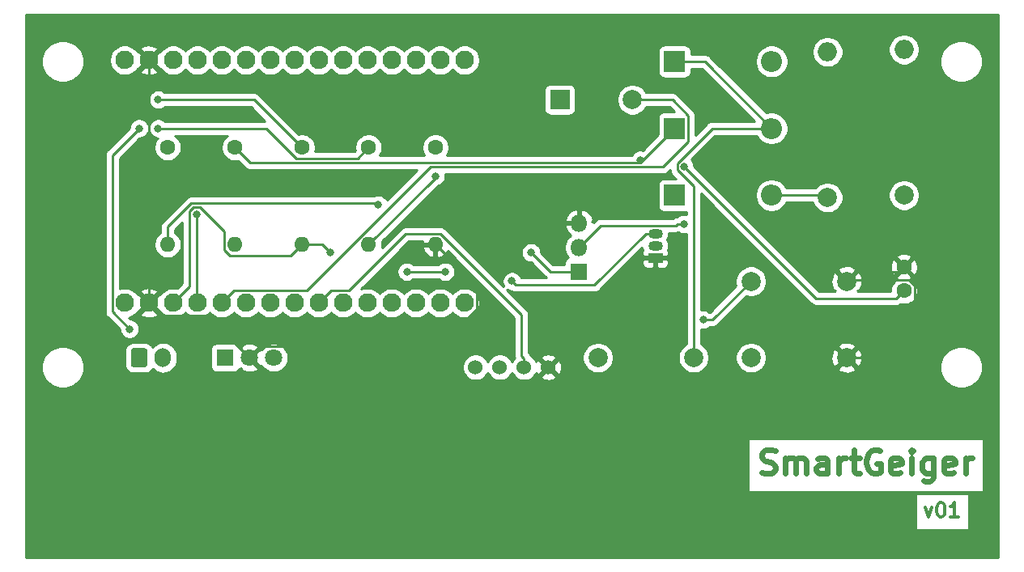
<source format=gtl>
%TF.GenerationSoftware,KiCad,Pcbnew,(5.1.9)-1*%
%TF.CreationDate,2021-03-06T13:39:36+06:00*%
%TF.ProjectId,Geiger,47656967-6572-42e6-9b69-6361645f7063,v01*%
%TF.SameCoordinates,Original*%
%TF.FileFunction,Copper,L1,Top*%
%TF.FilePolarity,Positive*%
%FSLAX46Y46*%
G04 Gerber Fmt 4.6, Leading zero omitted, Abs format (unit mm)*
G04 Created by KiCad (PCBNEW (5.1.9)-1) date 2021-03-06 13:39:36*
%MOMM*%
%LPD*%
G01*
G04 APERTURE LIST*
%TA.AperFunction,NonConductor*%
%ADD10C,0.300000*%
%TD*%
%TA.AperFunction,NonConductor*%
%ADD11C,0.600000*%
%TD*%
%TA.AperFunction,ComponentPad*%
%ADD12R,2.000000X2.000000*%
%TD*%
%TA.AperFunction,ComponentPad*%
%ADD13C,2.000000*%
%TD*%
%TA.AperFunction,ComponentPad*%
%ADD14C,1.600000*%
%TD*%
%TA.AperFunction,ComponentPad*%
%ADD15R,1.800000X1.800000*%
%TD*%
%TA.AperFunction,ComponentPad*%
%ADD16C,1.800000*%
%TD*%
%TA.AperFunction,ComponentPad*%
%ADD17R,2.200000X2.200000*%
%TD*%
%TA.AperFunction,ComponentPad*%
%ADD18O,2.200000X2.200000*%
%TD*%
%TA.AperFunction,ComponentPad*%
%ADD19O,1.700000X2.000000*%
%TD*%
%TA.AperFunction,ComponentPad*%
%ADD20O,2.000000X2.000000*%
%TD*%
%TA.AperFunction,ComponentPad*%
%ADD21O,1.800000X1.800000*%
%TD*%
%TA.AperFunction,ComponentPad*%
%ADD22O,1.500000X1.050000*%
%TD*%
%TA.AperFunction,ComponentPad*%
%ADD23R,1.500000X1.050000*%
%TD*%
%TA.AperFunction,ComponentPad*%
%ADD24O,1.600000X1.600000*%
%TD*%
%TA.AperFunction,ComponentPad*%
%ADD25C,1.530000*%
%TD*%
%TA.AperFunction,ComponentPad*%
%ADD26C,1.930400*%
%TD*%
%TA.AperFunction,ViaPad*%
%ADD27C,0.800000*%
%TD*%
%TA.AperFunction,Conductor*%
%ADD28C,0.250000*%
%TD*%
%TA.AperFunction,Conductor*%
%ADD29C,0.254000*%
%TD*%
%TA.AperFunction,Conductor*%
%ADD30C,0.100000*%
%TD*%
G04 APERTURE END LIST*
D10*
X273214285Y-130678571D02*
X273571428Y-131678571D01*
X273928571Y-130678571D01*
X274785714Y-130178571D02*
X274928571Y-130178571D01*
X275071428Y-130250000D01*
X275142857Y-130321428D01*
X275214285Y-130464285D01*
X275285714Y-130750000D01*
X275285714Y-131107142D01*
X275214285Y-131392857D01*
X275142857Y-131535714D01*
X275071428Y-131607142D01*
X274928571Y-131678571D01*
X274785714Y-131678571D01*
X274642857Y-131607142D01*
X274571428Y-131535714D01*
X274500000Y-131392857D01*
X274428571Y-131107142D01*
X274428571Y-130750000D01*
X274500000Y-130464285D01*
X274571428Y-130321428D01*
X274642857Y-130250000D01*
X274785714Y-130178571D01*
X276714285Y-131678571D02*
X275857142Y-131678571D01*
X276285714Y-131678571D02*
X276285714Y-130178571D01*
X276142857Y-130392857D01*
X276000000Y-130535714D01*
X275857142Y-130607142D01*
D11*
X256107142Y-127011904D02*
X256464285Y-127130952D01*
X257059523Y-127130952D01*
X257297619Y-127011904D01*
X257416666Y-126892857D01*
X257535714Y-126654761D01*
X257535714Y-126416666D01*
X257416666Y-126178571D01*
X257297619Y-126059523D01*
X257059523Y-125940476D01*
X256583333Y-125821428D01*
X256345238Y-125702380D01*
X256226190Y-125583333D01*
X256107142Y-125345238D01*
X256107142Y-125107142D01*
X256226190Y-124869047D01*
X256345238Y-124750000D01*
X256583333Y-124630952D01*
X257178571Y-124630952D01*
X257535714Y-124750000D01*
X258607142Y-127130952D02*
X258607142Y-125464285D01*
X258607142Y-125702380D02*
X258726190Y-125583333D01*
X258964285Y-125464285D01*
X259321428Y-125464285D01*
X259559523Y-125583333D01*
X259678571Y-125821428D01*
X259678571Y-127130952D01*
X259678571Y-125821428D02*
X259797619Y-125583333D01*
X260035714Y-125464285D01*
X260392857Y-125464285D01*
X260630952Y-125583333D01*
X260750000Y-125821428D01*
X260750000Y-127130952D01*
X263011904Y-127130952D02*
X263011904Y-125821428D01*
X262892857Y-125583333D01*
X262654761Y-125464285D01*
X262178571Y-125464285D01*
X261940476Y-125583333D01*
X263011904Y-127011904D02*
X262773809Y-127130952D01*
X262178571Y-127130952D01*
X261940476Y-127011904D01*
X261821428Y-126773809D01*
X261821428Y-126535714D01*
X261940476Y-126297619D01*
X262178571Y-126178571D01*
X262773809Y-126178571D01*
X263011904Y-126059523D01*
X264202380Y-127130952D02*
X264202380Y-125464285D01*
X264202380Y-125940476D02*
X264321428Y-125702380D01*
X264440476Y-125583333D01*
X264678571Y-125464285D01*
X264916666Y-125464285D01*
X265392857Y-125464285D02*
X266345238Y-125464285D01*
X265750000Y-124630952D02*
X265750000Y-126773809D01*
X265869047Y-127011904D01*
X266107142Y-127130952D01*
X266345238Y-127130952D01*
X268488095Y-124750000D02*
X268250000Y-124630952D01*
X267892857Y-124630952D01*
X267535714Y-124750000D01*
X267297619Y-124988095D01*
X267178571Y-125226190D01*
X267059523Y-125702380D01*
X267059523Y-126059523D01*
X267178571Y-126535714D01*
X267297619Y-126773809D01*
X267535714Y-127011904D01*
X267892857Y-127130952D01*
X268130952Y-127130952D01*
X268488095Y-127011904D01*
X268607142Y-126892857D01*
X268607142Y-126059523D01*
X268130952Y-126059523D01*
X270630952Y-127011904D02*
X270392857Y-127130952D01*
X269916666Y-127130952D01*
X269678571Y-127011904D01*
X269559523Y-126773809D01*
X269559523Y-125821428D01*
X269678571Y-125583333D01*
X269916666Y-125464285D01*
X270392857Y-125464285D01*
X270630952Y-125583333D01*
X270750000Y-125821428D01*
X270750000Y-126059523D01*
X269559523Y-126297619D01*
X271821428Y-127130952D02*
X271821428Y-125464285D01*
X271821428Y-124630952D02*
X271702380Y-124750000D01*
X271821428Y-124869047D01*
X271940476Y-124750000D01*
X271821428Y-124630952D01*
X271821428Y-124869047D01*
X274083333Y-125464285D02*
X274083333Y-127488095D01*
X273964285Y-127726190D01*
X273845238Y-127845238D01*
X273607142Y-127964285D01*
X273250000Y-127964285D01*
X273011904Y-127845238D01*
X274083333Y-127011904D02*
X273845238Y-127130952D01*
X273369047Y-127130952D01*
X273130952Y-127011904D01*
X273011904Y-126892857D01*
X272892857Y-126654761D01*
X272892857Y-125940476D01*
X273011904Y-125702380D01*
X273130952Y-125583333D01*
X273369047Y-125464285D01*
X273845238Y-125464285D01*
X274083333Y-125583333D01*
X276226190Y-127011904D02*
X275988095Y-127130952D01*
X275511904Y-127130952D01*
X275273809Y-127011904D01*
X275154761Y-126773809D01*
X275154761Y-125821428D01*
X275273809Y-125583333D01*
X275511904Y-125464285D01*
X275988095Y-125464285D01*
X276226190Y-125583333D01*
X276345238Y-125821428D01*
X276345238Y-126059523D01*
X275154761Y-126297619D01*
X277416666Y-127130952D02*
X277416666Y-125464285D01*
X277416666Y-125940476D02*
X277535714Y-125702380D01*
X277654761Y-125583333D01*
X277892857Y-125464285D01*
X278130952Y-125464285D01*
D12*
%TO.P,BZ1,1*%
%TO.N,Net-(BZ1-Pad1)*%
X235000000Y-88000000D03*
D13*
%TO.P,BZ1,2*%
%TO.N,Net-(BZ1-Pad2)*%
X242600000Y-88000000D03*
%TD*%
%TO.P,C1,2*%
%TO.N,GND*%
X265000000Y-115000000D03*
%TO.P,C1,1*%
%TO.N,Net-(C1-Pad1)*%
X255000000Y-115000000D03*
%TD*%
%TO.P,C2,1*%
%TO.N,Net-(C2-Pad1)*%
X239000000Y-115000000D03*
%TO.P,C2,2*%
%TO.N,Net-(C2-Pad2)*%
X249000000Y-115000000D03*
%TD*%
%TO.P,C3,1*%
%TO.N,Net-(C3-Pad1)*%
X255000000Y-107000000D03*
%TO.P,C3,2*%
%TO.N,GND*%
X265000000Y-107000000D03*
%TD*%
D14*
%TO.P,C4,1*%
%TO.N,Net-(C4-Pad1)*%
X271000000Y-108000000D03*
%TO.P,C4,2*%
%TO.N,GND*%
X271000000Y-105500000D03*
%TD*%
D15*
%TO.P,D1,1*%
%TO.N,Net-(D1-Pad1)*%
X200000000Y-115000000D03*
D16*
%TO.P,D1,2*%
%TO.N,GND*%
X202540000Y-115000000D03*
%TO.P,D1,3*%
%TO.N,Net-(D1-Pad3)*%
X205080000Y-115000000D03*
%TD*%
D17*
%TO.P,D2,1*%
%TO.N,Net-(C1-Pad1)*%
X247000000Y-98000000D03*
D18*
%TO.P,D2,2*%
%TO.N,Net-(D2-Pad2)*%
X257160000Y-98000000D03*
%TD*%
D17*
%TO.P,D3,1*%
%TO.N,Net-(C2-Pad2)*%
X247000000Y-84000000D03*
D18*
%TO.P,D3,2*%
%TO.N,Net-(C1-Pad1)*%
X257160000Y-84000000D03*
%TD*%
%TO.P,D4,2*%
%TO.N,Net-(C2-Pad2)*%
X257160000Y-91000000D03*
D17*
%TO.P,D4,1*%
%TO.N,Net-(C3-Pad1)*%
X247000000Y-91000000D03*
%TD*%
%TO.P,J1,1*%
%TO.N,Net-(J1-Pad1)*%
%TA.AperFunction,ComponentPad*%
G36*
G01*
X190150000Y-115750000D02*
X190150000Y-114250000D01*
G75*
G02*
X190400000Y-114000000I250000J0D01*
G01*
X191600000Y-114000000D01*
G75*
G02*
X191850000Y-114250000I0J-250000D01*
G01*
X191850000Y-115750000D01*
G75*
G02*
X191600000Y-116000000I-250000J0D01*
G01*
X190400000Y-116000000D01*
G75*
G02*
X190150000Y-115750000I0J250000D01*
G01*
G37*
%TD.AperFunction*%
D19*
%TO.P,J1,2*%
%TO.N,Net-(C4-Pad1)*%
X193500000Y-115000000D03*
%TD*%
D20*
%TO.P,L1,2*%
%TO.N,Net-(D2-Pad2)*%
X271000000Y-82760000D03*
D13*
%TO.P,L1,1*%
%TO.N,VCC*%
X271000000Y-98000000D03*
%TD*%
%TO.P,L2,1*%
%TO.N,Net-(D2-Pad2)*%
X263000000Y-98240000D03*
D20*
%TO.P,L2,2*%
%TO.N,Net-(C2-Pad1)*%
X263000000Y-83000000D03*
%TD*%
D15*
%TO.P,Q1,1*%
%TO.N,Net-(Q1-Pad1)*%
X237000000Y-106000000D03*
D21*
%TO.P,Q1,2*%
%TO.N,Net-(D2-Pad2)*%
X237000000Y-103460000D03*
%TO.P,Q1,3*%
%TO.N,GND*%
X237000000Y-100920000D03*
%TD*%
D22*
%TO.P,Q2,2*%
%TO.N,Net-(Q2-Pad2)*%
X245000000Y-103270000D03*
%TO.P,Q2,3*%
%TO.N,Net-(Q2-Pad3)*%
X245000000Y-102000000D03*
D23*
%TO.P,Q2,1*%
%TO.N,GND*%
X245000000Y-104540000D03*
%TD*%
D14*
%TO.P,R1,1*%
%TO.N,Net-(R1-Pad1)*%
X194000000Y-93000000D03*
D24*
%TO.P,R1,2*%
%TO.N,Net-(Q1-Pad1)*%
X194000000Y-103160000D03*
%TD*%
D14*
%TO.P,R2,1*%
%TO.N,Net-(C3-Pad1)*%
X201000000Y-93000000D03*
D24*
%TO.P,R2,2*%
%TO.N,Net-(J1-Pad1)*%
X201000000Y-103160000D03*
%TD*%
%TO.P,R3,2*%
%TO.N,Net-(Q2-Pad2)*%
X215000000Y-103160000D03*
D14*
%TO.P,R3,1*%
%TO.N,Net-(C4-Pad1)*%
X215000000Y-93000000D03*
%TD*%
D24*
%TO.P,R4,2*%
%TO.N,GND*%
X222000000Y-103160000D03*
D14*
%TO.P,R4,1*%
%TO.N,Net-(Q2-Pad2)*%
X222000000Y-93000000D03*
%TD*%
%TO.P,R5,1*%
%TO.N,VCC*%
X208000000Y-93000000D03*
D24*
%TO.P,R5,2*%
%TO.N,Net-(Q2-Pad3)*%
X208000000Y-103160000D03*
%TD*%
D25*
%TO.P,U1,2*%
%TO.N,Net-(U1-Pad2)*%
X228730000Y-116000000D03*
%TO.P,U1,3*%
%TO.N,Net-(U1-Pad3)*%
X231270000Y-116000000D03*
%TO.P,U1,4*%
%TO.N,GND*%
X233810000Y-116000000D03*
%TO.P,U1,1*%
%TO.N,VCC*%
X226190000Y-116000000D03*
%TD*%
D26*
%TO.P,U2,3V3*%
%TO.N,Net-(U2-Pad3V3)*%
X189480000Y-109270000D03*
%TO.P,U2,GND@2*%
%TO.N,GND*%
X192020000Y-109270000D03*
%TO.P,U2,D15*%
%TO.N,Net-(Q2-Pad3)*%
X194560000Y-109270000D03*
%TO.P,U2,D2*%
%TO.N,Net-(BZ1-Pad1)*%
X197100000Y-109270000D03*
%TO.P,U2,D4*%
%TO.N,Net-(BZ1-Pad2)*%
X199640000Y-109270000D03*
%TO.P,U2,D16*%
%TO.N,Net-(U2-PadD16)*%
X202180000Y-109270000D03*
%TO.P,U2,D17*%
%TO.N,Net-(U2-PadD17)*%
X204720000Y-109270000D03*
%TO.P,U2,D5*%
%TO.N,Net-(U2-PadD5)*%
X207260000Y-109270000D03*
%TO.P,U2,D18*%
%TO.N,Net-(U1-Pad3)*%
X209800000Y-109270000D03*
%TO.P,U2,D19*%
%TO.N,Net-(U1-Pad2)*%
X212340000Y-109270000D03*
%TO.P,U2,D21*%
%TO.N,Net-(U2-PadD21)*%
X214880000Y-109270000D03*
%TO.P,U2,D3*%
%TO.N,Net-(U2-PadD3)*%
X217420000Y-109270000D03*
%TO.P,U2,D1*%
%TO.N,Net-(U2-PadD1)*%
X219960000Y-109270000D03*
%TO.P,U2,D22*%
%TO.N,Net-(D1-Pad1)*%
X222500000Y-109270000D03*
%TO.P,U2,D23*%
%TO.N,Net-(D1-Pad3)*%
X225040000Y-109270000D03*
%TO.P,U2,VIN*%
%TO.N,VCC*%
X189480000Y-83865000D03*
%TO.P,U2,GND@1*%
%TO.N,GND*%
X192020000Y-83865000D03*
%TO.P,U2,D13*%
%TO.N,Net-(U2-PadD13)*%
X194560000Y-83865000D03*
%TO.P,U2,D12*%
%TO.N,Net-(R1-Pad1)*%
X197100000Y-83865000D03*
%TO.P,U2,D14*%
%TO.N,Net-(U2-PadD14)*%
X199640000Y-83865000D03*
%TO.P,U2,D27*%
%TO.N,Net-(U2-PadD27)*%
X202180000Y-83865000D03*
%TO.P,U2,D26*%
%TO.N,Net-(U2-PadD26)*%
X204720000Y-83865000D03*
%TO.P,U2,D25*%
%TO.N,Net-(U2-PadD25)*%
X207260000Y-83865000D03*
%TO.P,U2,D33*%
%TO.N,Net-(U2-PadD33)*%
X209800000Y-83865000D03*
%TO.P,U2,D32*%
%TO.N,Net-(U2-PadD32)*%
X212340000Y-83865000D03*
%TO.P,U2,D35*%
%TO.N,Net-(U2-PadD35)*%
X214880000Y-83865000D03*
%TO.P,U2,D34*%
%TO.N,Net-(U2-PadD34)*%
X217420000Y-83865000D03*
%TO.P,U2,D39*%
%TO.N,Net-(U2-PadD39)*%
X219960000Y-83865000D03*
%TO.P,U2,D36*%
%TO.N,Net-(U2-PadD36)*%
X222500000Y-83865000D03*
%TO.P,U2,EN*%
%TO.N,Net-(U2-PadEN)*%
X225040000Y-83865000D03*
%TD*%
D27*
%TO.N,Net-(BZ1-Pad1)*%
X197000000Y-100000000D03*
%TO.N,GND*%
X228000000Y-110000000D03*
%TO.N,Net-(C3-Pad1)*%
X249987347Y-111012653D03*
X243424989Y-94300021D03*
%TO.N,Net-(C4-Pad1)*%
X190000000Y-112000000D03*
X191000000Y-91000000D03*
X193000000Y-91000000D03*
X215000000Y-93000000D03*
X248000000Y-95000000D03*
%TO.N,Net-(D2-Pad2)*%
X248000000Y-101000000D03*
%TO.N,VCC*%
X193000000Y-88000000D03*
%TO.N,Net-(Q1-Pad1)*%
X216000000Y-99000000D03*
X232000000Y-104000000D03*
%TO.N,Net-(Q2-Pad2)*%
X222000000Y-96000000D03*
%TO.N,Net-(Q2-Pad3)*%
X211000000Y-104000000D03*
X219000000Y-106000000D03*
X223000000Y-106000000D03*
X229987347Y-106987347D03*
%TD*%
D28*
%TO.N,Net-(BZ1-Pad1)*%
X197000000Y-109170000D02*
X197100000Y-109270000D01*
X197000000Y-100000000D02*
X197000000Y-109170000D01*
%TO.N,Net-(BZ1-Pad2)*%
X246785002Y-88000000D02*
X242600000Y-88000000D01*
X248425001Y-89639999D02*
X246785002Y-88000000D01*
X248425001Y-92360001D02*
X248425001Y-89639999D01*
X245759981Y-95025021D02*
X248425001Y-92360001D01*
X208515199Y-107979799D02*
X221469977Y-95025021D01*
X200930201Y-107979799D02*
X208515199Y-107979799D01*
X221469977Y-95025021D02*
X245759981Y-95025021D01*
X199640000Y-109270000D02*
X200930201Y-107979799D01*
%TO.N,GND*%
X192020000Y-83865000D02*
X192020000Y-109270000D01*
X193310201Y-110560201D02*
X198100201Y-110560201D01*
X198100201Y-110560201D02*
X202540000Y-115000000D01*
X192020000Y-109270000D02*
X193310201Y-110560201D01*
X226330201Y-107490201D02*
X222000000Y-103160000D01*
X226330201Y-109889297D02*
X226330201Y-107490201D01*
X222444499Y-113774999D02*
X226330201Y-109889297D01*
X203765001Y-113774999D02*
X222444499Y-113774999D01*
X202540000Y-115000000D02*
X203765001Y-113774999D01*
X226440904Y-110000000D02*
X226330201Y-109889297D01*
X228000000Y-110000000D02*
X226440904Y-110000000D01*
X270499999Y-106000001D02*
X271000000Y-105500000D01*
X265999999Y-106000001D02*
X270499999Y-106000001D01*
X265000000Y-107000000D02*
X265999999Y-106000001D01*
X271540001Y-106874999D02*
X265125001Y-106874999D01*
X272125001Y-107459999D02*
X271540001Y-106874999D01*
X272125001Y-109289212D02*
X272125001Y-107459999D01*
X266414213Y-115000000D02*
X272125001Y-109289212D01*
X265125001Y-106874999D02*
X265000000Y-107000000D01*
X265000000Y-115000000D02*
X266414213Y-115000000D01*
%TO.N,Net-(C2-Pad2)*%
X250926998Y-91000000D02*
X257160000Y-91000000D01*
X247274999Y-94651999D02*
X250926998Y-91000000D01*
X247274999Y-95348001D02*
X247274999Y-94651999D01*
X249000000Y-97073002D02*
X247274999Y-95348001D01*
X249000000Y-115000000D02*
X249000000Y-97073002D01*
X250160000Y-84000000D02*
X257160000Y-91000000D01*
X247000000Y-84000000D02*
X250160000Y-84000000D01*
%TO.N,Net-(C3-Pad1)*%
X243424989Y-94575011D02*
X247000000Y-91000000D01*
X202575011Y-94575011D02*
X243424989Y-94575011D01*
X201000000Y-93000000D02*
X202575011Y-94575011D01*
X250987347Y-111012653D02*
X249987347Y-111012653D01*
X255000000Y-107000000D02*
X250987347Y-111012653D01*
%TO.N,Net-(C4-Pad1)*%
X188189799Y-93810201D02*
X191000000Y-91000000D01*
X188189799Y-110189799D02*
X188189799Y-93810201D01*
X190000000Y-112000000D02*
X188189799Y-110189799D01*
X213874999Y-94125001D02*
X215000000Y-93000000D01*
X207459999Y-94125001D02*
X213874999Y-94125001D01*
X204334998Y-91000000D02*
X207459999Y-94125001D01*
X193000000Y-91000000D02*
X204334998Y-91000000D01*
X270200001Y-108799999D02*
X271000000Y-108000000D01*
X261799999Y-108799999D02*
X270200001Y-108799999D01*
X248000000Y-95000000D02*
X261799999Y-108799999D01*
%TO.N,Net-(D2-Pad2)*%
X239310010Y-101149990D02*
X247149990Y-101149990D01*
X237000000Y-103460000D02*
X239310010Y-101149990D01*
X247299980Y-101000000D02*
X248000000Y-101000000D01*
X247149990Y-101149990D02*
X247299980Y-101000000D01*
X262760000Y-98000000D02*
X263000000Y-98240000D01*
X257160000Y-98000000D02*
X262760000Y-98000000D01*
%TO.N,VCC*%
X203000000Y-88000000D02*
X208000000Y-93000000D01*
X193000000Y-88000000D02*
X203000000Y-88000000D01*
%TO.N,Net-(Q1-Pad1)*%
X215824989Y-98824989D02*
X216000000Y-99000000D01*
X196465599Y-98824989D02*
X215824989Y-98824989D01*
X194000000Y-101290588D02*
X196465599Y-98824989D01*
X194000000Y-103160000D02*
X194000000Y-101290588D01*
X234000000Y-106000000D02*
X237000000Y-106000000D01*
X232000000Y-104000000D02*
X234000000Y-106000000D01*
%TO.N,Net-(Q2-Pad2)*%
X222000000Y-96160000D02*
X222000000Y-96000000D01*
X215000000Y-103160000D02*
X222000000Y-96160000D01*
%TO.N,Net-(Q2-Pad3)*%
X206874999Y-104285001D02*
X208000000Y-103160000D01*
X200459999Y-104285001D02*
X206874999Y-104285001D01*
X197348001Y-99274999D02*
X199874999Y-101801997D01*
X199874999Y-103700001D02*
X200459999Y-104285001D01*
X199874999Y-101801997D02*
X199874999Y-103700001D01*
X196651999Y-99274999D02*
X197348001Y-99274999D01*
X196274999Y-99651999D02*
X196651999Y-99274999D01*
X196274999Y-107555001D02*
X196274999Y-99651999D01*
X194560000Y-109270000D02*
X196274999Y-107555001D01*
X210160000Y-103160000D02*
X211000000Y-104000000D01*
X208000000Y-103160000D02*
X210160000Y-103160000D01*
X219000000Y-106000000D02*
X223000000Y-106000000D01*
X244000000Y-102000000D02*
X245000000Y-102000000D01*
X238612654Y-107387346D02*
X244000000Y-102000000D01*
X230387346Y-107387346D02*
X238612654Y-107387346D01*
X229987347Y-106987347D02*
X230387346Y-107387346D01*
%TO.N,Net-(U1-Pad3)*%
X218904097Y-102034999D02*
X222540001Y-102034999D01*
X212959297Y-107979799D02*
X218904097Y-102034999D01*
X211090201Y-107979799D02*
X212959297Y-107979799D01*
X222540001Y-102034999D02*
X231000000Y-110494998D01*
X209800000Y-109270000D02*
X211090201Y-107979799D01*
X231270000Y-115073202D02*
X231270000Y-116000000D01*
X231000000Y-114803202D02*
X231270000Y-115073202D01*
X231000000Y-110494998D02*
X231000000Y-114803202D01*
%TD*%
D29*
%TO.N,GND*%
X280873000Y-135873000D02*
X179127000Y-135873000D01*
X179127000Y-129210000D01*
X272215000Y-129210000D01*
X272215000Y-133030000D01*
X277785000Y-133030000D01*
X277785000Y-129210000D01*
X272215000Y-129210000D01*
X179127000Y-129210000D01*
X179127000Y-123415000D01*
X254695953Y-123415000D01*
X254695953Y-129035000D01*
X279304048Y-129035000D01*
X279304048Y-123415000D01*
X254695953Y-123415000D01*
X179127000Y-123415000D01*
X179127000Y-115779872D01*
X180765000Y-115779872D01*
X180765000Y-116220128D01*
X180850890Y-116651925D01*
X181019369Y-117058669D01*
X181263962Y-117424729D01*
X181575271Y-117736038D01*
X181941331Y-117980631D01*
X182348075Y-118149110D01*
X182779872Y-118235000D01*
X183220128Y-118235000D01*
X183651925Y-118149110D01*
X184058669Y-117980631D01*
X184424729Y-117736038D01*
X184736038Y-117424729D01*
X184980631Y-117058669D01*
X185149110Y-116651925D01*
X185235000Y-116220128D01*
X185235000Y-115779872D01*
X185149110Y-115348075D01*
X184980631Y-114941331D01*
X184736038Y-114575271D01*
X184424729Y-114263962D01*
X184403834Y-114250000D01*
X189511928Y-114250000D01*
X189511928Y-115750000D01*
X189528992Y-115923254D01*
X189579528Y-116089850D01*
X189661595Y-116243386D01*
X189772038Y-116377962D01*
X189906614Y-116488405D01*
X190060150Y-116570472D01*
X190226746Y-116621008D01*
X190400000Y-116638072D01*
X191600000Y-116638072D01*
X191773254Y-116621008D01*
X191939850Y-116570472D01*
X192093386Y-116488405D01*
X192227962Y-116377962D01*
X192338405Y-116243386D01*
X192392777Y-116141663D01*
X192444866Y-116205134D01*
X192670987Y-116390706D01*
X192928967Y-116528599D01*
X193208890Y-116613513D01*
X193500000Y-116642185D01*
X193791111Y-116613513D01*
X194071034Y-116528599D01*
X194329014Y-116390706D01*
X194555134Y-116205134D01*
X194740706Y-115979014D01*
X194878599Y-115721033D01*
X194963513Y-115441110D01*
X194985000Y-115222949D01*
X194985000Y-114777050D01*
X194963513Y-114558889D01*
X194878599Y-114278966D01*
X194782940Y-114100000D01*
X198461928Y-114100000D01*
X198461928Y-115900000D01*
X198474188Y-116024482D01*
X198510498Y-116144180D01*
X198569463Y-116254494D01*
X198648815Y-116351185D01*
X198745506Y-116430537D01*
X198855820Y-116489502D01*
X198975518Y-116525812D01*
X199100000Y-116538072D01*
X200900000Y-116538072D01*
X201024482Y-116525812D01*
X201144180Y-116489502D01*
X201254494Y-116430537D01*
X201351185Y-116351185D01*
X201430537Y-116254494D01*
X201489502Y-116144180D01*
X201492813Y-116133265D01*
X201539578Y-116180030D01*
X201655526Y-116064082D01*
X201739208Y-116318261D01*
X202011775Y-116449158D01*
X202304642Y-116524365D01*
X202606553Y-116540991D01*
X202905907Y-116498397D01*
X203191199Y-116398222D01*
X203340792Y-116318261D01*
X203424475Y-116064080D01*
X202540000Y-115179605D01*
X202525858Y-115193748D01*
X202346253Y-115014143D01*
X202360395Y-115000000D01*
X202719605Y-115000000D01*
X203604080Y-115884475D01*
X203785049Y-115824895D01*
X203887688Y-115978505D01*
X204101495Y-116192312D01*
X204352905Y-116360299D01*
X204632257Y-116476011D01*
X204928816Y-116535000D01*
X205231184Y-116535000D01*
X205527743Y-116476011D01*
X205807095Y-116360299D01*
X206058505Y-116192312D01*
X206272312Y-115978505D01*
X206440299Y-115727095D01*
X206556011Y-115447743D01*
X206615000Y-115151184D01*
X206615000Y-114848816D01*
X206556011Y-114552257D01*
X206440299Y-114272905D01*
X206272312Y-114021495D01*
X206058505Y-113807688D01*
X205807095Y-113639701D01*
X205527743Y-113523989D01*
X205231184Y-113465000D01*
X204928816Y-113465000D01*
X204632257Y-113523989D01*
X204352905Y-113639701D01*
X204101495Y-113807688D01*
X203887688Y-114021495D01*
X203785049Y-114175105D01*
X203604080Y-114115525D01*
X202719605Y-115000000D01*
X202360395Y-115000000D01*
X202346253Y-114985858D01*
X202525858Y-114806253D01*
X202540000Y-114820395D01*
X203424475Y-113935920D01*
X203340792Y-113681739D01*
X203068225Y-113550842D01*
X202775358Y-113475635D01*
X202473447Y-113459009D01*
X202174093Y-113501603D01*
X201888801Y-113601778D01*
X201739208Y-113681739D01*
X201655526Y-113935918D01*
X201539578Y-113819970D01*
X201492813Y-113866735D01*
X201489502Y-113855820D01*
X201430537Y-113745506D01*
X201351185Y-113648815D01*
X201254494Y-113569463D01*
X201144180Y-113510498D01*
X201024482Y-113474188D01*
X200900000Y-113461928D01*
X199100000Y-113461928D01*
X198975518Y-113474188D01*
X198855820Y-113510498D01*
X198745506Y-113569463D01*
X198648815Y-113648815D01*
X198569463Y-113745506D01*
X198510498Y-113855820D01*
X198474188Y-113975518D01*
X198461928Y-114100000D01*
X194782940Y-114100000D01*
X194740706Y-114020986D01*
X194555134Y-113794866D01*
X194329013Y-113609294D01*
X194071033Y-113471401D01*
X193791110Y-113386487D01*
X193500000Y-113357815D01*
X193208889Y-113386487D01*
X192928966Y-113471401D01*
X192670986Y-113609294D01*
X192444866Y-113794866D01*
X192392777Y-113858337D01*
X192338405Y-113756614D01*
X192227962Y-113622038D01*
X192093386Y-113511595D01*
X191939850Y-113429528D01*
X191773254Y-113378992D01*
X191600000Y-113361928D01*
X190400000Y-113361928D01*
X190226746Y-113378992D01*
X190060150Y-113429528D01*
X189906614Y-113511595D01*
X189772038Y-113622038D01*
X189661595Y-113756614D01*
X189579528Y-113910150D01*
X189528992Y-114076746D01*
X189511928Y-114250000D01*
X184403834Y-114250000D01*
X184058669Y-114019369D01*
X183651925Y-113850890D01*
X183220128Y-113765000D01*
X182779872Y-113765000D01*
X182348075Y-113850890D01*
X181941331Y-114019369D01*
X181575271Y-114263962D01*
X181263962Y-114575271D01*
X181019369Y-114941331D01*
X180850890Y-115348075D01*
X180765000Y-115779872D01*
X179127000Y-115779872D01*
X179127000Y-93810201D01*
X187426123Y-93810201D01*
X187429800Y-93847534D01*
X187429799Y-110152477D01*
X187426123Y-110189799D01*
X187429799Y-110227121D01*
X187429799Y-110227131D01*
X187440796Y-110338784D01*
X187453479Y-110380594D01*
X187484253Y-110482045D01*
X187554825Y-110614075D01*
X187579370Y-110643983D01*
X187649798Y-110729800D01*
X187678802Y-110753603D01*
X188965000Y-112039802D01*
X188965000Y-112101939D01*
X189004774Y-112301898D01*
X189082795Y-112490256D01*
X189196063Y-112659774D01*
X189340226Y-112803937D01*
X189509744Y-112917205D01*
X189698102Y-112995226D01*
X189898061Y-113035000D01*
X190101939Y-113035000D01*
X190301898Y-112995226D01*
X190490256Y-112917205D01*
X190659774Y-112803937D01*
X190803937Y-112659774D01*
X190917205Y-112490256D01*
X190995226Y-112301898D01*
X191035000Y-112101939D01*
X191035000Y-111898061D01*
X190995226Y-111698102D01*
X190917205Y-111509744D01*
X190803937Y-111340226D01*
X190659774Y-111196063D01*
X190490256Y-111082795D01*
X190301898Y-111004774D01*
X190101939Y-110965000D01*
X190039802Y-110965000D01*
X189894002Y-110819200D01*
X189946761Y-110808706D01*
X190237979Y-110688079D01*
X190500068Y-110512957D01*
X190632431Y-110380594D01*
X191089011Y-110380594D01*
X191180572Y-110641438D01*
X191464256Y-110778851D01*
X191769296Y-110858279D01*
X192083971Y-110876670D01*
X192396188Y-110833318D01*
X192693948Y-110729888D01*
X192859428Y-110641438D01*
X192950989Y-110380594D01*
X192020000Y-109449605D01*
X191089011Y-110380594D01*
X190632431Y-110380594D01*
X190722957Y-110290068D01*
X190806592Y-110164899D01*
X190909406Y-110200989D01*
X191840395Y-109270000D01*
X190909406Y-108339011D01*
X190806592Y-108375101D01*
X190722957Y-108249932D01*
X190632431Y-108159406D01*
X191089011Y-108159406D01*
X192020000Y-109090395D01*
X192950989Y-108159406D01*
X192859428Y-107898562D01*
X192575744Y-107761149D01*
X192270704Y-107681721D01*
X191956029Y-107663330D01*
X191643812Y-107706682D01*
X191346052Y-107810112D01*
X191180572Y-107898562D01*
X191089011Y-108159406D01*
X190632431Y-108159406D01*
X190500068Y-108027043D01*
X190237979Y-107851921D01*
X189946761Y-107731294D01*
X189637606Y-107669800D01*
X189322394Y-107669800D01*
X189013239Y-107731294D01*
X188949799Y-107757572D01*
X188949799Y-94125002D01*
X191039802Y-92035000D01*
X191101939Y-92035000D01*
X191301898Y-91995226D01*
X191490256Y-91917205D01*
X191659774Y-91803937D01*
X191803937Y-91659774D01*
X191917205Y-91490256D01*
X191995226Y-91301898D01*
X192000000Y-91277897D01*
X192004774Y-91301898D01*
X192082795Y-91490256D01*
X192196063Y-91659774D01*
X192340226Y-91803937D01*
X192509744Y-91917205D01*
X192698102Y-91995226D01*
X192898061Y-92035000D01*
X192935604Y-92035000D01*
X192885363Y-92085241D01*
X192728320Y-92320273D01*
X192620147Y-92581426D01*
X192565000Y-92858665D01*
X192565000Y-93141335D01*
X192620147Y-93418574D01*
X192728320Y-93679727D01*
X192885363Y-93914759D01*
X193085241Y-94114637D01*
X193320273Y-94271680D01*
X193581426Y-94379853D01*
X193858665Y-94435000D01*
X194141335Y-94435000D01*
X194418574Y-94379853D01*
X194679727Y-94271680D01*
X194914759Y-94114637D01*
X195114637Y-93914759D01*
X195271680Y-93679727D01*
X195379853Y-93418574D01*
X195435000Y-93141335D01*
X195435000Y-92858665D01*
X195379853Y-92581426D01*
X195271680Y-92320273D01*
X195114637Y-92085241D01*
X194914759Y-91885363D01*
X194727140Y-91760000D01*
X200272860Y-91760000D01*
X200085241Y-91885363D01*
X199885363Y-92085241D01*
X199728320Y-92320273D01*
X199620147Y-92581426D01*
X199565000Y-92858665D01*
X199565000Y-93141335D01*
X199620147Y-93418574D01*
X199728320Y-93679727D01*
X199885363Y-93914759D01*
X200085241Y-94114637D01*
X200320273Y-94271680D01*
X200581426Y-94379853D01*
X200858665Y-94435000D01*
X201141335Y-94435000D01*
X201323886Y-94398688D01*
X202011212Y-95086014D01*
X202035010Y-95115012D01*
X202064008Y-95138810D01*
X202150734Y-95209985D01*
X202200009Y-95236323D01*
X202282764Y-95280557D01*
X202426025Y-95324014D01*
X202537678Y-95335011D01*
X202537688Y-95335011D01*
X202575011Y-95338687D01*
X202612334Y-95335011D01*
X220085185Y-95335011D01*
X216914500Y-98505696D01*
X216803937Y-98340226D01*
X216659774Y-98196063D01*
X216490256Y-98082795D01*
X216301898Y-98004774D01*
X216101939Y-97965000D01*
X215898061Y-97965000D01*
X215698102Y-98004774D01*
X215552731Y-98064989D01*
X196502932Y-98064989D01*
X196465599Y-98061312D01*
X196428266Y-98064989D01*
X196316613Y-98075986D01*
X196173352Y-98119443D01*
X196041323Y-98190015D01*
X195925598Y-98284988D01*
X195901800Y-98313986D01*
X193488998Y-100726789D01*
X193460000Y-100750587D01*
X193436202Y-100779585D01*
X193436201Y-100779586D01*
X193365026Y-100866312D01*
X193294454Y-100998342D01*
X193250998Y-101141603D01*
X193236324Y-101290588D01*
X193240001Y-101327920D01*
X193240001Y-101941956D01*
X193085241Y-102045363D01*
X192885363Y-102245241D01*
X192728320Y-102480273D01*
X192620147Y-102741426D01*
X192565000Y-103018665D01*
X192565000Y-103301335D01*
X192620147Y-103578574D01*
X192728320Y-103839727D01*
X192885363Y-104074759D01*
X193085241Y-104274637D01*
X193320273Y-104431680D01*
X193581426Y-104539853D01*
X193858665Y-104595000D01*
X194141335Y-104595000D01*
X194418574Y-104539853D01*
X194679727Y-104431680D01*
X194914759Y-104274637D01*
X195114637Y-104074759D01*
X195271680Y-103839727D01*
X195379853Y-103578574D01*
X195435000Y-103301335D01*
X195435000Y-103018665D01*
X195379853Y-102741426D01*
X195271680Y-102480273D01*
X195114637Y-102245241D01*
X194914759Y-102045363D01*
X194760000Y-101941957D01*
X194760000Y-101605389D01*
X195515000Y-100850390D01*
X195514999Y-107240199D01*
X195024378Y-107730820D01*
X194717606Y-107669800D01*
X194402394Y-107669800D01*
X194093239Y-107731294D01*
X193802021Y-107851921D01*
X193539932Y-108027043D01*
X193317043Y-108249932D01*
X193233408Y-108375101D01*
X193130594Y-108339011D01*
X192199605Y-109270000D01*
X193130594Y-110200989D01*
X193233408Y-110164899D01*
X193317043Y-110290068D01*
X193539932Y-110512957D01*
X193802021Y-110688079D01*
X194093239Y-110808706D01*
X194402394Y-110870200D01*
X194717606Y-110870200D01*
X195026761Y-110808706D01*
X195317979Y-110688079D01*
X195580068Y-110512957D01*
X195802957Y-110290068D01*
X195830000Y-110249595D01*
X195857043Y-110290068D01*
X196079932Y-110512957D01*
X196342021Y-110688079D01*
X196633239Y-110808706D01*
X196942394Y-110870200D01*
X197257606Y-110870200D01*
X197566761Y-110808706D01*
X197857979Y-110688079D01*
X198120068Y-110512957D01*
X198342957Y-110290068D01*
X198370000Y-110249595D01*
X198397043Y-110290068D01*
X198619932Y-110512957D01*
X198882021Y-110688079D01*
X199173239Y-110808706D01*
X199482394Y-110870200D01*
X199797606Y-110870200D01*
X200106761Y-110808706D01*
X200397979Y-110688079D01*
X200660068Y-110512957D01*
X200882957Y-110290068D01*
X200910000Y-110249595D01*
X200937043Y-110290068D01*
X201159932Y-110512957D01*
X201422021Y-110688079D01*
X201713239Y-110808706D01*
X202022394Y-110870200D01*
X202337606Y-110870200D01*
X202646761Y-110808706D01*
X202937979Y-110688079D01*
X203200068Y-110512957D01*
X203422957Y-110290068D01*
X203450000Y-110249595D01*
X203477043Y-110290068D01*
X203699932Y-110512957D01*
X203962021Y-110688079D01*
X204253239Y-110808706D01*
X204562394Y-110870200D01*
X204877606Y-110870200D01*
X205186761Y-110808706D01*
X205477979Y-110688079D01*
X205740068Y-110512957D01*
X205962957Y-110290068D01*
X205990000Y-110249595D01*
X206017043Y-110290068D01*
X206239932Y-110512957D01*
X206502021Y-110688079D01*
X206793239Y-110808706D01*
X207102394Y-110870200D01*
X207417606Y-110870200D01*
X207726761Y-110808706D01*
X208017979Y-110688079D01*
X208280068Y-110512957D01*
X208502957Y-110290068D01*
X208530000Y-110249595D01*
X208557043Y-110290068D01*
X208779932Y-110512957D01*
X209042021Y-110688079D01*
X209333239Y-110808706D01*
X209642394Y-110870200D01*
X209957606Y-110870200D01*
X210266761Y-110808706D01*
X210557979Y-110688079D01*
X210820068Y-110512957D01*
X211042957Y-110290068D01*
X211070000Y-110249595D01*
X211097043Y-110290068D01*
X211319932Y-110512957D01*
X211582021Y-110688079D01*
X211873239Y-110808706D01*
X212182394Y-110870200D01*
X212497606Y-110870200D01*
X212806761Y-110808706D01*
X213097979Y-110688079D01*
X213360068Y-110512957D01*
X213582957Y-110290068D01*
X213610000Y-110249595D01*
X213637043Y-110290068D01*
X213859932Y-110512957D01*
X214122021Y-110688079D01*
X214413239Y-110808706D01*
X214722394Y-110870200D01*
X215037606Y-110870200D01*
X215346761Y-110808706D01*
X215637979Y-110688079D01*
X215900068Y-110512957D01*
X216122957Y-110290068D01*
X216150000Y-110249595D01*
X216177043Y-110290068D01*
X216399932Y-110512957D01*
X216662021Y-110688079D01*
X216953239Y-110808706D01*
X217262394Y-110870200D01*
X217577606Y-110870200D01*
X217886761Y-110808706D01*
X218177979Y-110688079D01*
X218440068Y-110512957D01*
X218662957Y-110290068D01*
X218690000Y-110249595D01*
X218717043Y-110290068D01*
X218939932Y-110512957D01*
X219202021Y-110688079D01*
X219493239Y-110808706D01*
X219802394Y-110870200D01*
X220117606Y-110870200D01*
X220426761Y-110808706D01*
X220717979Y-110688079D01*
X220980068Y-110512957D01*
X221202957Y-110290068D01*
X221230000Y-110249595D01*
X221257043Y-110290068D01*
X221479932Y-110512957D01*
X221742021Y-110688079D01*
X222033239Y-110808706D01*
X222342394Y-110870200D01*
X222657606Y-110870200D01*
X222966761Y-110808706D01*
X223257979Y-110688079D01*
X223520068Y-110512957D01*
X223742957Y-110290068D01*
X223770000Y-110249595D01*
X223797043Y-110290068D01*
X224019932Y-110512957D01*
X224282021Y-110688079D01*
X224573239Y-110808706D01*
X224882394Y-110870200D01*
X225197606Y-110870200D01*
X225506761Y-110808706D01*
X225797979Y-110688079D01*
X226060068Y-110512957D01*
X226282957Y-110290068D01*
X226458079Y-110027979D01*
X226578706Y-109736761D01*
X226640200Y-109427606D01*
X226640200Y-109112394D01*
X226578706Y-108803239D01*
X226458079Y-108512021D01*
X226282957Y-108249932D01*
X226060068Y-108027043D01*
X225797979Y-107851921D01*
X225506761Y-107731294D01*
X225197606Y-107669800D01*
X224882394Y-107669800D01*
X224573239Y-107731294D01*
X224282021Y-107851921D01*
X224019932Y-108027043D01*
X223797043Y-108249932D01*
X223770000Y-108290405D01*
X223742957Y-108249932D01*
X223520068Y-108027043D01*
X223257979Y-107851921D01*
X222966761Y-107731294D01*
X222657606Y-107669800D01*
X222342394Y-107669800D01*
X222033239Y-107731294D01*
X221742021Y-107851921D01*
X221479932Y-108027043D01*
X221257043Y-108249932D01*
X221230000Y-108290405D01*
X221202957Y-108249932D01*
X220980068Y-108027043D01*
X220717979Y-107851921D01*
X220426761Y-107731294D01*
X220117606Y-107669800D01*
X219802394Y-107669800D01*
X219493239Y-107731294D01*
X219202021Y-107851921D01*
X218939932Y-108027043D01*
X218717043Y-108249932D01*
X218690000Y-108290405D01*
X218662957Y-108249932D01*
X218440068Y-108027043D01*
X218177979Y-107851921D01*
X217886761Y-107731294D01*
X217577606Y-107669800D01*
X217262394Y-107669800D01*
X216953239Y-107731294D01*
X216662021Y-107851921D01*
X216399932Y-108027043D01*
X216177043Y-108249932D01*
X216150000Y-108290405D01*
X216122957Y-108249932D01*
X215900068Y-108027043D01*
X215637979Y-107851921D01*
X215346761Y-107731294D01*
X215037606Y-107669800D01*
X214722394Y-107669800D01*
X214413239Y-107731294D01*
X214190229Y-107823668D01*
X216115836Y-105898061D01*
X217965000Y-105898061D01*
X217965000Y-106101939D01*
X218004774Y-106301898D01*
X218082795Y-106490256D01*
X218196063Y-106659774D01*
X218340226Y-106803937D01*
X218509744Y-106917205D01*
X218698102Y-106995226D01*
X218898061Y-107035000D01*
X219101939Y-107035000D01*
X219301898Y-106995226D01*
X219490256Y-106917205D01*
X219659774Y-106803937D01*
X219703711Y-106760000D01*
X222296289Y-106760000D01*
X222340226Y-106803937D01*
X222509744Y-106917205D01*
X222698102Y-106995226D01*
X222898061Y-107035000D01*
X223101939Y-107035000D01*
X223301898Y-106995226D01*
X223490256Y-106917205D01*
X223659774Y-106803937D01*
X223803937Y-106659774D01*
X223917205Y-106490256D01*
X223995226Y-106301898D01*
X224035000Y-106101939D01*
X224035000Y-105898061D01*
X223995226Y-105698102D01*
X223917205Y-105509744D01*
X223803937Y-105340226D01*
X223659774Y-105196063D01*
X223490256Y-105082795D01*
X223301898Y-105004774D01*
X223101939Y-104965000D01*
X222898061Y-104965000D01*
X222698102Y-105004774D01*
X222509744Y-105082795D01*
X222340226Y-105196063D01*
X222296289Y-105240000D01*
X219703711Y-105240000D01*
X219659774Y-105196063D01*
X219490256Y-105082795D01*
X219301898Y-105004774D01*
X219101939Y-104965000D01*
X218898061Y-104965000D01*
X218698102Y-105004774D01*
X218509744Y-105082795D01*
X218340226Y-105196063D01*
X218196063Y-105340226D01*
X218082795Y-105509744D01*
X218004774Y-105698102D01*
X217965000Y-105898061D01*
X216115836Y-105898061D01*
X218504857Y-103509040D01*
X220608091Y-103509040D01*
X220702930Y-103773881D01*
X220847615Y-104015131D01*
X221036586Y-104223519D01*
X221262580Y-104391037D01*
X221516913Y-104511246D01*
X221650961Y-104551904D01*
X221873000Y-104429915D01*
X221873000Y-103287000D01*
X220729376Y-103287000D01*
X220608091Y-103509040D01*
X218504857Y-103509040D01*
X219218899Y-102794999D01*
X220613807Y-102794999D01*
X220608091Y-102810960D01*
X220729376Y-103033000D01*
X221873000Y-103033000D01*
X221873000Y-103013000D01*
X222127000Y-103013000D01*
X222127000Y-103033000D01*
X222147000Y-103033000D01*
X222147000Y-103287000D01*
X222127000Y-103287000D01*
X222127000Y-104429915D01*
X222349039Y-104551904D01*
X222483087Y-104511246D01*
X222737420Y-104391037D01*
X222963414Y-104223519D01*
X223152385Y-104015131D01*
X223262209Y-103832008D01*
X230240000Y-110809800D01*
X230240001Y-114765870D01*
X230236324Y-114803202D01*
X230250998Y-114952187D01*
X230271227Y-115018874D01*
X230182549Y-115107552D01*
X230029336Y-115336851D01*
X230000000Y-115407674D01*
X229970664Y-115336851D01*
X229817451Y-115107552D01*
X229622448Y-114912549D01*
X229393149Y-114759336D01*
X229138365Y-114653801D01*
X228867888Y-114600000D01*
X228592112Y-114600000D01*
X228321635Y-114653801D01*
X228066851Y-114759336D01*
X227837552Y-114912549D01*
X227642549Y-115107552D01*
X227489336Y-115336851D01*
X227460000Y-115407674D01*
X227430664Y-115336851D01*
X227277451Y-115107552D01*
X227082448Y-114912549D01*
X226853149Y-114759336D01*
X226598365Y-114653801D01*
X226327888Y-114600000D01*
X226052112Y-114600000D01*
X225781635Y-114653801D01*
X225526851Y-114759336D01*
X225297552Y-114912549D01*
X225102549Y-115107552D01*
X224949336Y-115336851D01*
X224843801Y-115591635D01*
X224790000Y-115862112D01*
X224790000Y-116137888D01*
X224843801Y-116408365D01*
X224949336Y-116663149D01*
X225102549Y-116892448D01*
X225297552Y-117087451D01*
X225526851Y-117240664D01*
X225781635Y-117346199D01*
X226052112Y-117400000D01*
X226327888Y-117400000D01*
X226598365Y-117346199D01*
X226853149Y-117240664D01*
X227082448Y-117087451D01*
X227277451Y-116892448D01*
X227430664Y-116663149D01*
X227460000Y-116592326D01*
X227489336Y-116663149D01*
X227642549Y-116892448D01*
X227837552Y-117087451D01*
X228066851Y-117240664D01*
X228321635Y-117346199D01*
X228592112Y-117400000D01*
X228867888Y-117400000D01*
X229138365Y-117346199D01*
X229393149Y-117240664D01*
X229622448Y-117087451D01*
X229817451Y-116892448D01*
X229970664Y-116663149D01*
X230000000Y-116592326D01*
X230029336Y-116663149D01*
X230182549Y-116892448D01*
X230377552Y-117087451D01*
X230606851Y-117240664D01*
X230861635Y-117346199D01*
X231132112Y-117400000D01*
X231407888Y-117400000D01*
X231678365Y-117346199D01*
X231933149Y-117240664D01*
X232162448Y-117087451D01*
X232282192Y-116967707D01*
X233021898Y-116967707D01*
X233089240Y-117208106D01*
X233338780Y-117325506D01*
X233606427Y-117391967D01*
X233881899Y-117404936D01*
X234154607Y-117363914D01*
X234414072Y-117270478D01*
X234530760Y-117208106D01*
X234598102Y-116967707D01*
X233810000Y-116179605D01*
X233021898Y-116967707D01*
X232282192Y-116967707D01*
X232357451Y-116892448D01*
X232510664Y-116663149D01*
X232537482Y-116598406D01*
X232539522Y-116604072D01*
X232601894Y-116720760D01*
X232842293Y-116788102D01*
X233630395Y-116000000D01*
X233989605Y-116000000D01*
X234777707Y-116788102D01*
X235018106Y-116720760D01*
X235135506Y-116471220D01*
X235201967Y-116203573D01*
X235214936Y-115928101D01*
X235173914Y-115655393D01*
X235080478Y-115395928D01*
X235018106Y-115279240D01*
X234777707Y-115211898D01*
X233989605Y-116000000D01*
X233630395Y-116000000D01*
X232842293Y-115211898D01*
X232601894Y-115279240D01*
X232540688Y-115409336D01*
X232510664Y-115336851D01*
X232357451Y-115107552D01*
X232282192Y-115032293D01*
X233021898Y-115032293D01*
X233810000Y-115820395D01*
X234598102Y-115032293D01*
X234543947Y-114838967D01*
X237365000Y-114838967D01*
X237365000Y-115161033D01*
X237427832Y-115476912D01*
X237551082Y-115774463D01*
X237730013Y-116042252D01*
X237957748Y-116269987D01*
X238225537Y-116448918D01*
X238523088Y-116572168D01*
X238838967Y-116635000D01*
X239161033Y-116635000D01*
X239476912Y-116572168D01*
X239774463Y-116448918D01*
X240042252Y-116269987D01*
X240269987Y-116042252D01*
X240448918Y-115774463D01*
X240572168Y-115476912D01*
X240635000Y-115161033D01*
X240635000Y-114838967D01*
X240572168Y-114523088D01*
X240448918Y-114225537D01*
X240269987Y-113957748D01*
X240042252Y-113730013D01*
X239774463Y-113551082D01*
X239476912Y-113427832D01*
X239161033Y-113365000D01*
X238838967Y-113365000D01*
X238523088Y-113427832D01*
X238225537Y-113551082D01*
X237957748Y-113730013D01*
X237730013Y-113957748D01*
X237551082Y-114225537D01*
X237427832Y-114523088D01*
X237365000Y-114838967D01*
X234543947Y-114838967D01*
X234530760Y-114791894D01*
X234281220Y-114674494D01*
X234013573Y-114608033D01*
X233738101Y-114595064D01*
X233465393Y-114636086D01*
X233205928Y-114729522D01*
X233089240Y-114791894D01*
X233021898Y-115032293D01*
X232282192Y-115032293D01*
X232162448Y-114912549D01*
X231978099Y-114789371D01*
X231975546Y-114780955D01*
X231904974Y-114648926D01*
X231810001Y-114533201D01*
X231780998Y-114509399D01*
X231760000Y-114488401D01*
X231760000Y-110532320D01*
X231763676Y-110494997D01*
X231760000Y-110457674D01*
X231760000Y-110457665D01*
X231749003Y-110346012D01*
X231705546Y-110202751D01*
X231634974Y-110070722D01*
X231540001Y-109954997D01*
X231511004Y-109931200D01*
X229458711Y-107878908D01*
X229497091Y-107904552D01*
X229685449Y-107982573D01*
X229885408Y-108022347D01*
X229963121Y-108022347D01*
X230095099Y-108092892D01*
X230238360Y-108136349D01*
X230350013Y-108147346D01*
X230350023Y-108147346D01*
X230387345Y-108151022D01*
X230424668Y-108147346D01*
X238575332Y-108147346D01*
X238612654Y-108151022D01*
X238649976Y-108147346D01*
X238649987Y-108147346D01*
X238761640Y-108136349D01*
X238904901Y-108092892D01*
X239036930Y-108022320D01*
X239152655Y-107927347D01*
X239176458Y-107898343D01*
X242009801Y-105065000D01*
X243611928Y-105065000D01*
X243624188Y-105189482D01*
X243660498Y-105309180D01*
X243719463Y-105419494D01*
X243798815Y-105516185D01*
X243895506Y-105595537D01*
X244005820Y-105654502D01*
X244125518Y-105690812D01*
X244250000Y-105703072D01*
X244714250Y-105700000D01*
X244873000Y-105541250D01*
X244873000Y-104667000D01*
X245127000Y-104667000D01*
X245127000Y-105541250D01*
X245285750Y-105700000D01*
X245750000Y-105703072D01*
X245874482Y-105690812D01*
X245994180Y-105654502D01*
X246104494Y-105595537D01*
X246201185Y-105516185D01*
X246280537Y-105419494D01*
X246339502Y-105309180D01*
X246375812Y-105189482D01*
X246388072Y-105065000D01*
X246385000Y-104825750D01*
X246226250Y-104667000D01*
X245127000Y-104667000D01*
X244873000Y-104667000D01*
X243773750Y-104667000D01*
X243615000Y-104825750D01*
X243611928Y-105065000D01*
X242009801Y-105065000D01*
X243626909Y-103447893D01*
X243631785Y-103497400D01*
X243695093Y-103706098D01*
X243660498Y-103770820D01*
X243624188Y-103890518D01*
X243611928Y-104015000D01*
X243615000Y-104254250D01*
X243773750Y-104413000D01*
X244546891Y-104413000D01*
X244547600Y-104413215D01*
X244718021Y-104430000D01*
X245281979Y-104430000D01*
X245452400Y-104413215D01*
X245453109Y-104413000D01*
X246226250Y-104413000D01*
X246385000Y-104254250D01*
X246388072Y-104015000D01*
X246375812Y-103890518D01*
X246339502Y-103770820D01*
X246304907Y-103706098D01*
X246368215Y-103497400D01*
X246390612Y-103270000D01*
X246368215Y-103042600D01*
X246301885Y-102823940D01*
X246200895Y-102635000D01*
X246301885Y-102446060D01*
X246368215Y-102227400D01*
X246390612Y-102000000D01*
X246381747Y-101909990D01*
X247112668Y-101909990D01*
X247149990Y-101913666D01*
X247187312Y-101909990D01*
X247187323Y-101909990D01*
X247298976Y-101898993D01*
X247425189Y-101860707D01*
X247509744Y-101917205D01*
X247698102Y-101995226D01*
X247898061Y-102035000D01*
X248101939Y-102035000D01*
X248240001Y-102007538D01*
X248240000Y-113545091D01*
X248225537Y-113551082D01*
X247957748Y-113730013D01*
X247730013Y-113957748D01*
X247551082Y-114225537D01*
X247427832Y-114523088D01*
X247365000Y-114838967D01*
X247365000Y-115161033D01*
X247427832Y-115476912D01*
X247551082Y-115774463D01*
X247730013Y-116042252D01*
X247957748Y-116269987D01*
X248225537Y-116448918D01*
X248523088Y-116572168D01*
X248838967Y-116635000D01*
X249161033Y-116635000D01*
X249476912Y-116572168D01*
X249774463Y-116448918D01*
X250042252Y-116269987D01*
X250269987Y-116042252D01*
X250448918Y-115774463D01*
X250572168Y-115476912D01*
X250635000Y-115161033D01*
X250635000Y-114838967D01*
X253365000Y-114838967D01*
X253365000Y-115161033D01*
X253427832Y-115476912D01*
X253551082Y-115774463D01*
X253730013Y-116042252D01*
X253957748Y-116269987D01*
X254225537Y-116448918D01*
X254523088Y-116572168D01*
X254838967Y-116635000D01*
X255161033Y-116635000D01*
X255476912Y-116572168D01*
X255774463Y-116448918D01*
X256042252Y-116269987D01*
X256176826Y-116135413D01*
X264044192Y-116135413D01*
X264139956Y-116399814D01*
X264429571Y-116540704D01*
X264741108Y-116622384D01*
X265062595Y-116641718D01*
X265381675Y-116597961D01*
X265686088Y-116492795D01*
X265860044Y-116399814D01*
X265955808Y-116135413D01*
X265000000Y-115179605D01*
X264044192Y-116135413D01*
X256176826Y-116135413D01*
X256269987Y-116042252D01*
X256448918Y-115774463D01*
X256572168Y-115476912D01*
X256635000Y-115161033D01*
X256635000Y-115062595D01*
X263358282Y-115062595D01*
X263402039Y-115381675D01*
X263507205Y-115686088D01*
X263600186Y-115860044D01*
X263864587Y-115955808D01*
X264820395Y-115000000D01*
X265179605Y-115000000D01*
X266135413Y-115955808D01*
X266399814Y-115860044D01*
X266438815Y-115779872D01*
X274765000Y-115779872D01*
X274765000Y-116220128D01*
X274850890Y-116651925D01*
X275019369Y-117058669D01*
X275263962Y-117424729D01*
X275575271Y-117736038D01*
X275941331Y-117980631D01*
X276348075Y-118149110D01*
X276779872Y-118235000D01*
X277220128Y-118235000D01*
X277651925Y-118149110D01*
X278058669Y-117980631D01*
X278424729Y-117736038D01*
X278736038Y-117424729D01*
X278980631Y-117058669D01*
X279149110Y-116651925D01*
X279235000Y-116220128D01*
X279235000Y-115779872D01*
X279149110Y-115348075D01*
X278980631Y-114941331D01*
X278736038Y-114575271D01*
X278424729Y-114263962D01*
X278058669Y-114019369D01*
X277651925Y-113850890D01*
X277220128Y-113765000D01*
X276779872Y-113765000D01*
X276348075Y-113850890D01*
X275941331Y-114019369D01*
X275575271Y-114263962D01*
X275263962Y-114575271D01*
X275019369Y-114941331D01*
X274850890Y-115348075D01*
X274765000Y-115779872D01*
X266438815Y-115779872D01*
X266540704Y-115570429D01*
X266622384Y-115258892D01*
X266641718Y-114937405D01*
X266597961Y-114618325D01*
X266492795Y-114313912D01*
X266399814Y-114139956D01*
X266135413Y-114044192D01*
X265179605Y-115000000D01*
X264820395Y-115000000D01*
X263864587Y-114044192D01*
X263600186Y-114139956D01*
X263459296Y-114429571D01*
X263377616Y-114741108D01*
X263358282Y-115062595D01*
X256635000Y-115062595D01*
X256635000Y-114838967D01*
X256572168Y-114523088D01*
X256448918Y-114225537D01*
X256269987Y-113957748D01*
X256176826Y-113864587D01*
X264044192Y-113864587D01*
X265000000Y-114820395D01*
X265955808Y-113864587D01*
X265860044Y-113600186D01*
X265570429Y-113459296D01*
X265258892Y-113377616D01*
X264937405Y-113358282D01*
X264618325Y-113402039D01*
X264313912Y-113507205D01*
X264139956Y-113600186D01*
X264044192Y-113864587D01*
X256176826Y-113864587D01*
X256042252Y-113730013D01*
X255774463Y-113551082D01*
X255476912Y-113427832D01*
X255161033Y-113365000D01*
X254838967Y-113365000D01*
X254523088Y-113427832D01*
X254225537Y-113551082D01*
X253957748Y-113730013D01*
X253730013Y-113957748D01*
X253551082Y-114225537D01*
X253427832Y-114523088D01*
X253365000Y-114838967D01*
X250635000Y-114838967D01*
X250572168Y-114523088D01*
X250448918Y-114225537D01*
X250269987Y-113957748D01*
X250042252Y-113730013D01*
X249774463Y-113551082D01*
X249760000Y-113545091D01*
X249760000Y-112022708D01*
X249885408Y-112047653D01*
X250089286Y-112047653D01*
X250289245Y-112007879D01*
X250477603Y-111929858D01*
X250647121Y-111816590D01*
X250691058Y-111772653D01*
X250950025Y-111772653D01*
X250987347Y-111776329D01*
X251024669Y-111772653D01*
X251024680Y-111772653D01*
X251136333Y-111761656D01*
X251279594Y-111718199D01*
X251411623Y-111647627D01*
X251527348Y-111552654D01*
X251551151Y-111523650D01*
X254508625Y-108566177D01*
X254523088Y-108572168D01*
X254838967Y-108635000D01*
X255161033Y-108635000D01*
X255476912Y-108572168D01*
X255774463Y-108448918D01*
X256042252Y-108269987D01*
X256269987Y-108042252D01*
X256448918Y-107774463D01*
X256572168Y-107476912D01*
X256635000Y-107161033D01*
X256635000Y-106838967D01*
X256572168Y-106523088D01*
X256448918Y-106225537D01*
X256269987Y-105957748D01*
X256042252Y-105730013D01*
X255774463Y-105551082D01*
X255476912Y-105427832D01*
X255161033Y-105365000D01*
X254838967Y-105365000D01*
X254523088Y-105427832D01*
X254225537Y-105551082D01*
X253957748Y-105730013D01*
X253730013Y-105957748D01*
X253551082Y-106225537D01*
X253427832Y-106523088D01*
X253365000Y-106838967D01*
X253365000Y-107161033D01*
X253427832Y-107476912D01*
X253433823Y-107491375D01*
X250681802Y-110243397D01*
X250647121Y-110208716D01*
X250477603Y-110095448D01*
X250289245Y-110017427D01*
X250089286Y-109977653D01*
X249885408Y-109977653D01*
X249760000Y-110002598D01*
X249760000Y-97834801D01*
X261236200Y-109311002D01*
X261259998Y-109340000D01*
X261375723Y-109434973D01*
X261507752Y-109505545D01*
X261651013Y-109549002D01*
X261762666Y-109559999D01*
X261762674Y-109559999D01*
X261799999Y-109563675D01*
X261837324Y-109559999D01*
X270162679Y-109559999D01*
X270200001Y-109563675D01*
X270237323Y-109559999D01*
X270237334Y-109559999D01*
X270348987Y-109549002D01*
X270492248Y-109505545D01*
X270624277Y-109434973D01*
X270669978Y-109397467D01*
X270858665Y-109435000D01*
X271141335Y-109435000D01*
X271418574Y-109379853D01*
X271679727Y-109271680D01*
X271914759Y-109114637D01*
X272114637Y-108914759D01*
X272271680Y-108679727D01*
X272379853Y-108418574D01*
X272435000Y-108141335D01*
X272435000Y-107858665D01*
X272379853Y-107581426D01*
X272271680Y-107320273D01*
X272114637Y-107085241D01*
X271914759Y-106885363D01*
X271714131Y-106751308D01*
X271741514Y-106736671D01*
X271813097Y-106492702D01*
X271000000Y-105679605D01*
X270186903Y-106492702D01*
X270258486Y-106736671D01*
X270287341Y-106750324D01*
X270085241Y-106885363D01*
X269885363Y-107085241D01*
X269728320Y-107320273D01*
X269620147Y-107581426D01*
X269565000Y-107858665D01*
X269565000Y-108039999D01*
X266219607Y-108039999D01*
X266135415Y-107955807D01*
X266399814Y-107860044D01*
X266540704Y-107570429D01*
X266622384Y-107258892D01*
X266641718Y-106937405D01*
X266597961Y-106618325D01*
X266492795Y-106313912D01*
X266399814Y-106139956D01*
X266135413Y-106044192D01*
X265179605Y-107000000D01*
X265193748Y-107014143D01*
X265014143Y-107193748D01*
X265000000Y-107179605D01*
X264985858Y-107193748D01*
X264806253Y-107014143D01*
X264820395Y-107000000D01*
X263864587Y-106044192D01*
X263600186Y-106139956D01*
X263459296Y-106429571D01*
X263377616Y-106741108D01*
X263358282Y-107062595D01*
X263402039Y-107381675D01*
X263507205Y-107686088D01*
X263600186Y-107860044D01*
X263864585Y-107955807D01*
X263780393Y-108039999D01*
X262114801Y-108039999D01*
X259939389Y-105864587D01*
X264044192Y-105864587D01*
X265000000Y-106820395D01*
X265955808Y-105864587D01*
X265860044Y-105600186D01*
X265799046Y-105570512D01*
X269559783Y-105570512D01*
X269601213Y-105850130D01*
X269696397Y-106116292D01*
X269763329Y-106241514D01*
X270007298Y-106313097D01*
X270820395Y-105500000D01*
X271179605Y-105500000D01*
X271992702Y-106313097D01*
X272236671Y-106241514D01*
X272357571Y-105986004D01*
X272426300Y-105711816D01*
X272440217Y-105429488D01*
X272398787Y-105149870D01*
X272303603Y-104883708D01*
X272236671Y-104758486D01*
X271992702Y-104686903D01*
X271179605Y-105500000D01*
X270820395Y-105500000D01*
X270007298Y-104686903D01*
X269763329Y-104758486D01*
X269642429Y-105013996D01*
X269573700Y-105288184D01*
X269559783Y-105570512D01*
X265799046Y-105570512D01*
X265570429Y-105459296D01*
X265258892Y-105377616D01*
X264937405Y-105358282D01*
X264618325Y-105402039D01*
X264313912Y-105507205D01*
X264139956Y-105600186D01*
X264044192Y-105864587D01*
X259939389Y-105864587D01*
X258582100Y-104507298D01*
X270186903Y-104507298D01*
X271000000Y-105320395D01*
X271813097Y-104507298D01*
X271741514Y-104263329D01*
X271486004Y-104142429D01*
X271211816Y-104073700D01*
X270929488Y-104059783D01*
X270649870Y-104101213D01*
X270383708Y-104196397D01*
X270258486Y-104263329D01*
X270186903Y-104507298D01*
X258582100Y-104507298D01*
X251903919Y-97829117D01*
X255425000Y-97829117D01*
X255425000Y-98170883D01*
X255491675Y-98506081D01*
X255622463Y-98821831D01*
X255812337Y-99105998D01*
X256054002Y-99347663D01*
X256338169Y-99537537D01*
X256653919Y-99668325D01*
X256989117Y-99735000D01*
X257330883Y-99735000D01*
X257666081Y-99668325D01*
X257981831Y-99537537D01*
X258265998Y-99347663D01*
X258507663Y-99105998D01*
X258697537Y-98821831D01*
X258723148Y-98760000D01*
X261445680Y-98760000D01*
X261551082Y-99014463D01*
X261730013Y-99282252D01*
X261957748Y-99509987D01*
X262225537Y-99688918D01*
X262523088Y-99812168D01*
X262838967Y-99875000D01*
X263161033Y-99875000D01*
X263476912Y-99812168D01*
X263774463Y-99688918D01*
X264042252Y-99509987D01*
X264269987Y-99282252D01*
X264448918Y-99014463D01*
X264572168Y-98716912D01*
X264635000Y-98401033D01*
X264635000Y-98078967D01*
X264587262Y-97838967D01*
X269365000Y-97838967D01*
X269365000Y-98161033D01*
X269427832Y-98476912D01*
X269551082Y-98774463D01*
X269730013Y-99042252D01*
X269957748Y-99269987D01*
X270225537Y-99448918D01*
X270523088Y-99572168D01*
X270838967Y-99635000D01*
X271161033Y-99635000D01*
X271476912Y-99572168D01*
X271774463Y-99448918D01*
X272042252Y-99269987D01*
X272269987Y-99042252D01*
X272448918Y-98774463D01*
X272572168Y-98476912D01*
X272635000Y-98161033D01*
X272635000Y-97838967D01*
X272572168Y-97523088D01*
X272448918Y-97225537D01*
X272269987Y-96957748D01*
X272042252Y-96730013D01*
X271774463Y-96551082D01*
X271476912Y-96427832D01*
X271161033Y-96365000D01*
X270838967Y-96365000D01*
X270523088Y-96427832D01*
X270225537Y-96551082D01*
X269957748Y-96730013D01*
X269730013Y-96957748D01*
X269551082Y-97225537D01*
X269427832Y-97523088D01*
X269365000Y-97838967D01*
X264587262Y-97838967D01*
X264572168Y-97763088D01*
X264448918Y-97465537D01*
X264269987Y-97197748D01*
X264042252Y-96970013D01*
X263774463Y-96791082D01*
X263476912Y-96667832D01*
X263161033Y-96605000D01*
X262838967Y-96605000D01*
X262523088Y-96667832D01*
X262225537Y-96791082D01*
X261957748Y-96970013D01*
X261730013Y-97197748D01*
X261701781Y-97240000D01*
X258723148Y-97240000D01*
X258697537Y-97178169D01*
X258507663Y-96894002D01*
X258265998Y-96652337D01*
X257981831Y-96462463D01*
X257666081Y-96331675D01*
X257330883Y-96265000D01*
X256989117Y-96265000D01*
X256653919Y-96331675D01*
X256338169Y-96462463D01*
X256054002Y-96652337D01*
X255812337Y-96894002D01*
X255622463Y-97178169D01*
X255491675Y-97493919D01*
X255425000Y-97829117D01*
X251903919Y-97829117D01*
X249035000Y-94960199D01*
X249035000Y-94898061D01*
X248995226Y-94698102D01*
X248917205Y-94509744D01*
X248803937Y-94340226D01*
X248732755Y-94269044D01*
X251241800Y-91760000D01*
X255596852Y-91760000D01*
X255622463Y-91821831D01*
X255812337Y-92105998D01*
X256054002Y-92347663D01*
X256338169Y-92537537D01*
X256653919Y-92668325D01*
X256989117Y-92735000D01*
X257330883Y-92735000D01*
X257666081Y-92668325D01*
X257981831Y-92537537D01*
X258265998Y-92347663D01*
X258507663Y-92105998D01*
X258697537Y-91821831D01*
X258828325Y-91506081D01*
X258895000Y-91170883D01*
X258895000Y-90829117D01*
X258828325Y-90493919D01*
X258697537Y-90178169D01*
X258507663Y-89894002D01*
X258265998Y-89652337D01*
X257981831Y-89462463D01*
X257666081Y-89331675D01*
X257330883Y-89265000D01*
X256989117Y-89265000D01*
X256653919Y-89331675D01*
X256592088Y-89357286D01*
X251063919Y-83829117D01*
X255425000Y-83829117D01*
X255425000Y-84170883D01*
X255491675Y-84506081D01*
X255622463Y-84821831D01*
X255812337Y-85105998D01*
X256054002Y-85347663D01*
X256338169Y-85537537D01*
X256653919Y-85668325D01*
X256989117Y-85735000D01*
X257330883Y-85735000D01*
X257666081Y-85668325D01*
X257981831Y-85537537D01*
X258265998Y-85347663D01*
X258507663Y-85105998D01*
X258697537Y-84821831D01*
X258828325Y-84506081D01*
X258895000Y-84170883D01*
X258895000Y-83829117D01*
X258828325Y-83493919D01*
X258697537Y-83178169D01*
X258507663Y-82894002D01*
X258452628Y-82838967D01*
X261365000Y-82838967D01*
X261365000Y-83161033D01*
X261427832Y-83476912D01*
X261551082Y-83774463D01*
X261730013Y-84042252D01*
X261957748Y-84269987D01*
X262225537Y-84448918D01*
X262523088Y-84572168D01*
X262838967Y-84635000D01*
X263161033Y-84635000D01*
X263476912Y-84572168D01*
X263774463Y-84448918D01*
X264042252Y-84269987D01*
X264269987Y-84042252D01*
X264448918Y-83774463D01*
X264572168Y-83476912D01*
X264635000Y-83161033D01*
X264635000Y-82838967D01*
X264587262Y-82598967D01*
X269365000Y-82598967D01*
X269365000Y-82921033D01*
X269427832Y-83236912D01*
X269551082Y-83534463D01*
X269730013Y-83802252D01*
X269957748Y-84029987D01*
X270225537Y-84208918D01*
X270523088Y-84332168D01*
X270838967Y-84395000D01*
X271161033Y-84395000D01*
X271476912Y-84332168D01*
X271774463Y-84208918D01*
X272042252Y-84029987D01*
X272269987Y-83802252D01*
X272284940Y-83779872D01*
X274765000Y-83779872D01*
X274765000Y-84220128D01*
X274850890Y-84651925D01*
X275019369Y-85058669D01*
X275263962Y-85424729D01*
X275575271Y-85736038D01*
X275941331Y-85980631D01*
X276348075Y-86149110D01*
X276779872Y-86235000D01*
X277220128Y-86235000D01*
X277651925Y-86149110D01*
X278058669Y-85980631D01*
X278424729Y-85736038D01*
X278736038Y-85424729D01*
X278980631Y-85058669D01*
X279149110Y-84651925D01*
X279235000Y-84220128D01*
X279235000Y-83779872D01*
X279149110Y-83348075D01*
X278980631Y-82941331D01*
X278736038Y-82575271D01*
X278424729Y-82263962D01*
X278058669Y-82019369D01*
X277651925Y-81850890D01*
X277220128Y-81765000D01*
X276779872Y-81765000D01*
X276348075Y-81850890D01*
X275941331Y-82019369D01*
X275575271Y-82263962D01*
X275263962Y-82575271D01*
X275019369Y-82941331D01*
X274850890Y-83348075D01*
X274765000Y-83779872D01*
X272284940Y-83779872D01*
X272448918Y-83534463D01*
X272572168Y-83236912D01*
X272635000Y-82921033D01*
X272635000Y-82598967D01*
X272572168Y-82283088D01*
X272448918Y-81985537D01*
X272269987Y-81717748D01*
X272042252Y-81490013D01*
X271774463Y-81311082D01*
X271476912Y-81187832D01*
X271161033Y-81125000D01*
X270838967Y-81125000D01*
X270523088Y-81187832D01*
X270225537Y-81311082D01*
X269957748Y-81490013D01*
X269730013Y-81717748D01*
X269551082Y-81985537D01*
X269427832Y-82283088D01*
X269365000Y-82598967D01*
X264587262Y-82598967D01*
X264572168Y-82523088D01*
X264448918Y-82225537D01*
X264269987Y-81957748D01*
X264042252Y-81730013D01*
X263774463Y-81551082D01*
X263476912Y-81427832D01*
X263161033Y-81365000D01*
X262838967Y-81365000D01*
X262523088Y-81427832D01*
X262225537Y-81551082D01*
X261957748Y-81730013D01*
X261730013Y-81957748D01*
X261551082Y-82225537D01*
X261427832Y-82523088D01*
X261365000Y-82838967D01*
X258452628Y-82838967D01*
X258265998Y-82652337D01*
X257981831Y-82462463D01*
X257666081Y-82331675D01*
X257330883Y-82265000D01*
X256989117Y-82265000D01*
X256653919Y-82331675D01*
X256338169Y-82462463D01*
X256054002Y-82652337D01*
X255812337Y-82894002D01*
X255622463Y-83178169D01*
X255491675Y-83493919D01*
X255425000Y-83829117D01*
X251063919Y-83829117D01*
X250723804Y-83489003D01*
X250700001Y-83459999D01*
X250584276Y-83365026D01*
X250452247Y-83294454D01*
X250308986Y-83250997D01*
X250197333Y-83240000D01*
X250197322Y-83240000D01*
X250160000Y-83236324D01*
X250122678Y-83240000D01*
X248738072Y-83240000D01*
X248738072Y-82900000D01*
X248725812Y-82775518D01*
X248689502Y-82655820D01*
X248630537Y-82545506D01*
X248551185Y-82448815D01*
X248454494Y-82369463D01*
X248344180Y-82310498D01*
X248224482Y-82274188D01*
X248100000Y-82261928D01*
X245900000Y-82261928D01*
X245775518Y-82274188D01*
X245655820Y-82310498D01*
X245545506Y-82369463D01*
X245448815Y-82448815D01*
X245369463Y-82545506D01*
X245310498Y-82655820D01*
X245274188Y-82775518D01*
X245261928Y-82900000D01*
X245261928Y-85100000D01*
X245274188Y-85224482D01*
X245310498Y-85344180D01*
X245369463Y-85454494D01*
X245448815Y-85551185D01*
X245545506Y-85630537D01*
X245655820Y-85689502D01*
X245775518Y-85725812D01*
X245900000Y-85738072D01*
X248100000Y-85738072D01*
X248224482Y-85725812D01*
X248344180Y-85689502D01*
X248454494Y-85630537D01*
X248551185Y-85551185D01*
X248630537Y-85454494D01*
X248689502Y-85344180D01*
X248725812Y-85224482D01*
X248738072Y-85100000D01*
X248738072Y-84760000D01*
X249845199Y-84760000D01*
X255325198Y-90240000D01*
X250964331Y-90240000D01*
X250926998Y-90236323D01*
X250889665Y-90240000D01*
X250778012Y-90250997D01*
X250634751Y-90294454D01*
X250502722Y-90365026D01*
X250386997Y-90459999D01*
X250363199Y-90488997D01*
X249185001Y-91667195D01*
X249185001Y-89677322D01*
X249188677Y-89639999D01*
X249185001Y-89602676D01*
X249185001Y-89602666D01*
X249174004Y-89491013D01*
X249130547Y-89347752D01*
X249059975Y-89215723D01*
X248965002Y-89099998D01*
X248936004Y-89076200D01*
X247348806Y-87489003D01*
X247325003Y-87459999D01*
X247209278Y-87365026D01*
X247077249Y-87294454D01*
X246933988Y-87250997D01*
X246822335Y-87240000D01*
X246822324Y-87240000D01*
X246785002Y-87236324D01*
X246747680Y-87240000D01*
X244054909Y-87240000D01*
X244048918Y-87225537D01*
X243869987Y-86957748D01*
X243642252Y-86730013D01*
X243374463Y-86551082D01*
X243076912Y-86427832D01*
X242761033Y-86365000D01*
X242438967Y-86365000D01*
X242123088Y-86427832D01*
X241825537Y-86551082D01*
X241557748Y-86730013D01*
X241330013Y-86957748D01*
X241151082Y-87225537D01*
X241027832Y-87523088D01*
X240965000Y-87838967D01*
X240965000Y-88161033D01*
X241027832Y-88476912D01*
X241151082Y-88774463D01*
X241330013Y-89042252D01*
X241557748Y-89269987D01*
X241825537Y-89448918D01*
X242123088Y-89572168D01*
X242438967Y-89635000D01*
X242761033Y-89635000D01*
X243076912Y-89572168D01*
X243374463Y-89448918D01*
X243642252Y-89269987D01*
X243869987Y-89042252D01*
X244048918Y-88774463D01*
X244054909Y-88760000D01*
X246470201Y-88760000D01*
X246972129Y-89261928D01*
X245900000Y-89261928D01*
X245775518Y-89274188D01*
X245655820Y-89310498D01*
X245545506Y-89369463D01*
X245448815Y-89448815D01*
X245369463Y-89545506D01*
X245310498Y-89655820D01*
X245274188Y-89775518D01*
X245261928Y-89900000D01*
X245261928Y-91663270D01*
X243638070Y-93287128D01*
X243526928Y-93265021D01*
X243323050Y-93265021D01*
X243123091Y-93304795D01*
X242934733Y-93382816D01*
X242765215Y-93496084D01*
X242621052Y-93640247D01*
X242507784Y-93809765D01*
X242505611Y-93815011D01*
X223181286Y-93815011D01*
X223271680Y-93679727D01*
X223379853Y-93418574D01*
X223435000Y-93141335D01*
X223435000Y-92858665D01*
X223379853Y-92581426D01*
X223271680Y-92320273D01*
X223114637Y-92085241D01*
X222914759Y-91885363D01*
X222679727Y-91728320D01*
X222418574Y-91620147D01*
X222141335Y-91565000D01*
X221858665Y-91565000D01*
X221581426Y-91620147D01*
X221320273Y-91728320D01*
X221085241Y-91885363D01*
X220885363Y-92085241D01*
X220728320Y-92320273D01*
X220620147Y-92581426D01*
X220565000Y-92858665D01*
X220565000Y-93141335D01*
X220620147Y-93418574D01*
X220728320Y-93679727D01*
X220818714Y-93815011D01*
X216181286Y-93815011D01*
X216271680Y-93679727D01*
X216379853Y-93418574D01*
X216435000Y-93141335D01*
X216435000Y-92858665D01*
X216379853Y-92581426D01*
X216271680Y-92320273D01*
X216114637Y-92085241D01*
X215914759Y-91885363D01*
X215679727Y-91728320D01*
X215418574Y-91620147D01*
X215141335Y-91565000D01*
X214858665Y-91565000D01*
X214581426Y-91620147D01*
X214320273Y-91728320D01*
X214085241Y-91885363D01*
X213885363Y-92085241D01*
X213728320Y-92320273D01*
X213620147Y-92581426D01*
X213565000Y-92858665D01*
X213565000Y-93141335D01*
X213601312Y-93323887D01*
X213560198Y-93365001D01*
X209390509Y-93365001D01*
X209435000Y-93141335D01*
X209435000Y-92858665D01*
X209379853Y-92581426D01*
X209271680Y-92320273D01*
X209114637Y-92085241D01*
X208914759Y-91885363D01*
X208679727Y-91728320D01*
X208418574Y-91620147D01*
X208141335Y-91565000D01*
X207858665Y-91565000D01*
X207676114Y-91601312D01*
X203563804Y-87489003D01*
X203540001Y-87459999D01*
X203424276Y-87365026D01*
X203292247Y-87294454D01*
X203148986Y-87250997D01*
X203037333Y-87240000D01*
X203037322Y-87240000D01*
X203000000Y-87236324D01*
X202962678Y-87240000D01*
X193703711Y-87240000D01*
X193659774Y-87196063D01*
X193490256Y-87082795D01*
X193301898Y-87004774D01*
X193277898Y-87000000D01*
X233361928Y-87000000D01*
X233361928Y-89000000D01*
X233374188Y-89124482D01*
X233410498Y-89244180D01*
X233469463Y-89354494D01*
X233548815Y-89451185D01*
X233645506Y-89530537D01*
X233755820Y-89589502D01*
X233875518Y-89625812D01*
X234000000Y-89638072D01*
X236000000Y-89638072D01*
X236124482Y-89625812D01*
X236244180Y-89589502D01*
X236354494Y-89530537D01*
X236451185Y-89451185D01*
X236530537Y-89354494D01*
X236589502Y-89244180D01*
X236625812Y-89124482D01*
X236638072Y-89000000D01*
X236638072Y-87000000D01*
X236625812Y-86875518D01*
X236589502Y-86755820D01*
X236530537Y-86645506D01*
X236451185Y-86548815D01*
X236354494Y-86469463D01*
X236244180Y-86410498D01*
X236124482Y-86374188D01*
X236000000Y-86361928D01*
X234000000Y-86361928D01*
X233875518Y-86374188D01*
X233755820Y-86410498D01*
X233645506Y-86469463D01*
X233548815Y-86548815D01*
X233469463Y-86645506D01*
X233410498Y-86755820D01*
X233374188Y-86875518D01*
X233361928Y-87000000D01*
X193277898Y-87000000D01*
X193101939Y-86965000D01*
X192898061Y-86965000D01*
X192698102Y-87004774D01*
X192509744Y-87082795D01*
X192340226Y-87196063D01*
X192196063Y-87340226D01*
X192082795Y-87509744D01*
X192004774Y-87698102D01*
X191965000Y-87898061D01*
X191965000Y-88101939D01*
X192004774Y-88301898D01*
X192082795Y-88490256D01*
X192196063Y-88659774D01*
X192340226Y-88803937D01*
X192509744Y-88917205D01*
X192698102Y-88995226D01*
X192898061Y-89035000D01*
X193101939Y-89035000D01*
X193301898Y-88995226D01*
X193490256Y-88917205D01*
X193659774Y-88803937D01*
X193703711Y-88760000D01*
X202685199Y-88760000D01*
X204165199Y-90240000D01*
X193703711Y-90240000D01*
X193659774Y-90196063D01*
X193490256Y-90082795D01*
X193301898Y-90004774D01*
X193101939Y-89965000D01*
X192898061Y-89965000D01*
X192698102Y-90004774D01*
X192509744Y-90082795D01*
X192340226Y-90196063D01*
X192196063Y-90340226D01*
X192082795Y-90509744D01*
X192004774Y-90698102D01*
X192000000Y-90722103D01*
X191995226Y-90698102D01*
X191917205Y-90509744D01*
X191803937Y-90340226D01*
X191659774Y-90196063D01*
X191490256Y-90082795D01*
X191301898Y-90004774D01*
X191101939Y-89965000D01*
X190898061Y-89965000D01*
X190698102Y-90004774D01*
X190509744Y-90082795D01*
X190340226Y-90196063D01*
X190196063Y-90340226D01*
X190082795Y-90509744D01*
X190004774Y-90698102D01*
X189965000Y-90898061D01*
X189965000Y-90960198D01*
X187678797Y-93246402D01*
X187649799Y-93270200D01*
X187626001Y-93299198D01*
X187626000Y-93299199D01*
X187554825Y-93385925D01*
X187484253Y-93517955D01*
X187477566Y-93540001D01*
X187447158Y-93640247D01*
X187440797Y-93661216D01*
X187426123Y-93810201D01*
X179127000Y-93810201D01*
X179127000Y-83779872D01*
X180765000Y-83779872D01*
X180765000Y-84220128D01*
X180850890Y-84651925D01*
X181019369Y-85058669D01*
X181263962Y-85424729D01*
X181575271Y-85736038D01*
X181941331Y-85980631D01*
X182348075Y-86149110D01*
X182779872Y-86235000D01*
X183220128Y-86235000D01*
X183651925Y-86149110D01*
X184058669Y-85980631D01*
X184424729Y-85736038D01*
X184736038Y-85424729D01*
X184980631Y-85058669D01*
X185149110Y-84651925D01*
X185235000Y-84220128D01*
X185235000Y-83779872D01*
X185220584Y-83707394D01*
X187879800Y-83707394D01*
X187879800Y-84022606D01*
X187941294Y-84331761D01*
X188061921Y-84622979D01*
X188237043Y-84885068D01*
X188459932Y-85107957D01*
X188722021Y-85283079D01*
X189013239Y-85403706D01*
X189322394Y-85465200D01*
X189637606Y-85465200D01*
X189946761Y-85403706D01*
X190237979Y-85283079D01*
X190500068Y-85107957D01*
X190632431Y-84975594D01*
X191089011Y-84975594D01*
X191180572Y-85236438D01*
X191464256Y-85373851D01*
X191769296Y-85453279D01*
X192083971Y-85471670D01*
X192396188Y-85428318D01*
X192693948Y-85324888D01*
X192859428Y-85236438D01*
X192950989Y-84975594D01*
X192020000Y-84044605D01*
X191089011Y-84975594D01*
X190632431Y-84975594D01*
X190722957Y-84885068D01*
X190806592Y-84759899D01*
X190909406Y-84795989D01*
X191840395Y-83865000D01*
X192199605Y-83865000D01*
X193130594Y-84795989D01*
X193233408Y-84759899D01*
X193317043Y-84885068D01*
X193539932Y-85107957D01*
X193802021Y-85283079D01*
X194093239Y-85403706D01*
X194402394Y-85465200D01*
X194717606Y-85465200D01*
X195026761Y-85403706D01*
X195317979Y-85283079D01*
X195580068Y-85107957D01*
X195802957Y-84885068D01*
X195830000Y-84844595D01*
X195857043Y-84885068D01*
X196079932Y-85107957D01*
X196342021Y-85283079D01*
X196633239Y-85403706D01*
X196942394Y-85465200D01*
X197257606Y-85465200D01*
X197566761Y-85403706D01*
X197857979Y-85283079D01*
X198120068Y-85107957D01*
X198342957Y-84885068D01*
X198370000Y-84844595D01*
X198397043Y-84885068D01*
X198619932Y-85107957D01*
X198882021Y-85283079D01*
X199173239Y-85403706D01*
X199482394Y-85465200D01*
X199797606Y-85465200D01*
X200106761Y-85403706D01*
X200397979Y-85283079D01*
X200660068Y-85107957D01*
X200882957Y-84885068D01*
X200910000Y-84844595D01*
X200937043Y-84885068D01*
X201159932Y-85107957D01*
X201422021Y-85283079D01*
X201713239Y-85403706D01*
X202022394Y-85465200D01*
X202337606Y-85465200D01*
X202646761Y-85403706D01*
X202937979Y-85283079D01*
X203200068Y-85107957D01*
X203422957Y-84885068D01*
X203450000Y-84844595D01*
X203477043Y-84885068D01*
X203699932Y-85107957D01*
X203962021Y-85283079D01*
X204253239Y-85403706D01*
X204562394Y-85465200D01*
X204877606Y-85465200D01*
X205186761Y-85403706D01*
X205477979Y-85283079D01*
X205740068Y-85107957D01*
X205962957Y-84885068D01*
X205990000Y-84844595D01*
X206017043Y-84885068D01*
X206239932Y-85107957D01*
X206502021Y-85283079D01*
X206793239Y-85403706D01*
X207102394Y-85465200D01*
X207417606Y-85465200D01*
X207726761Y-85403706D01*
X208017979Y-85283079D01*
X208280068Y-85107957D01*
X208502957Y-84885068D01*
X208530000Y-84844595D01*
X208557043Y-84885068D01*
X208779932Y-85107957D01*
X209042021Y-85283079D01*
X209333239Y-85403706D01*
X209642394Y-85465200D01*
X209957606Y-85465200D01*
X210266761Y-85403706D01*
X210557979Y-85283079D01*
X210820068Y-85107957D01*
X211042957Y-84885068D01*
X211070000Y-84844595D01*
X211097043Y-84885068D01*
X211319932Y-85107957D01*
X211582021Y-85283079D01*
X211873239Y-85403706D01*
X212182394Y-85465200D01*
X212497606Y-85465200D01*
X212806761Y-85403706D01*
X213097979Y-85283079D01*
X213360068Y-85107957D01*
X213582957Y-84885068D01*
X213610000Y-84844595D01*
X213637043Y-84885068D01*
X213859932Y-85107957D01*
X214122021Y-85283079D01*
X214413239Y-85403706D01*
X214722394Y-85465200D01*
X215037606Y-85465200D01*
X215346761Y-85403706D01*
X215637979Y-85283079D01*
X215900068Y-85107957D01*
X216122957Y-84885068D01*
X216150000Y-84844595D01*
X216177043Y-84885068D01*
X216399932Y-85107957D01*
X216662021Y-85283079D01*
X216953239Y-85403706D01*
X217262394Y-85465200D01*
X217577606Y-85465200D01*
X217886761Y-85403706D01*
X218177979Y-85283079D01*
X218440068Y-85107957D01*
X218662957Y-84885068D01*
X218690000Y-84844595D01*
X218717043Y-84885068D01*
X218939932Y-85107957D01*
X219202021Y-85283079D01*
X219493239Y-85403706D01*
X219802394Y-85465200D01*
X220117606Y-85465200D01*
X220426761Y-85403706D01*
X220717979Y-85283079D01*
X220980068Y-85107957D01*
X221202957Y-84885068D01*
X221230000Y-84844595D01*
X221257043Y-84885068D01*
X221479932Y-85107957D01*
X221742021Y-85283079D01*
X222033239Y-85403706D01*
X222342394Y-85465200D01*
X222657606Y-85465200D01*
X222966761Y-85403706D01*
X223257979Y-85283079D01*
X223520068Y-85107957D01*
X223742957Y-84885068D01*
X223770000Y-84844595D01*
X223797043Y-84885068D01*
X224019932Y-85107957D01*
X224282021Y-85283079D01*
X224573239Y-85403706D01*
X224882394Y-85465200D01*
X225197606Y-85465200D01*
X225506761Y-85403706D01*
X225797979Y-85283079D01*
X226060068Y-85107957D01*
X226282957Y-84885068D01*
X226458079Y-84622979D01*
X226578706Y-84331761D01*
X226640200Y-84022606D01*
X226640200Y-83707394D01*
X226578706Y-83398239D01*
X226458079Y-83107021D01*
X226282957Y-82844932D01*
X226060068Y-82622043D01*
X225797979Y-82446921D01*
X225506761Y-82326294D01*
X225197606Y-82264800D01*
X224882394Y-82264800D01*
X224573239Y-82326294D01*
X224282021Y-82446921D01*
X224019932Y-82622043D01*
X223797043Y-82844932D01*
X223770000Y-82885405D01*
X223742957Y-82844932D01*
X223520068Y-82622043D01*
X223257979Y-82446921D01*
X222966761Y-82326294D01*
X222657606Y-82264800D01*
X222342394Y-82264800D01*
X222033239Y-82326294D01*
X221742021Y-82446921D01*
X221479932Y-82622043D01*
X221257043Y-82844932D01*
X221230000Y-82885405D01*
X221202957Y-82844932D01*
X220980068Y-82622043D01*
X220717979Y-82446921D01*
X220426761Y-82326294D01*
X220117606Y-82264800D01*
X219802394Y-82264800D01*
X219493239Y-82326294D01*
X219202021Y-82446921D01*
X218939932Y-82622043D01*
X218717043Y-82844932D01*
X218690000Y-82885405D01*
X218662957Y-82844932D01*
X218440068Y-82622043D01*
X218177979Y-82446921D01*
X217886761Y-82326294D01*
X217577606Y-82264800D01*
X217262394Y-82264800D01*
X216953239Y-82326294D01*
X216662021Y-82446921D01*
X216399932Y-82622043D01*
X216177043Y-82844932D01*
X216150000Y-82885405D01*
X216122957Y-82844932D01*
X215900068Y-82622043D01*
X215637979Y-82446921D01*
X215346761Y-82326294D01*
X215037606Y-82264800D01*
X214722394Y-82264800D01*
X214413239Y-82326294D01*
X214122021Y-82446921D01*
X213859932Y-82622043D01*
X213637043Y-82844932D01*
X213610000Y-82885405D01*
X213582957Y-82844932D01*
X213360068Y-82622043D01*
X213097979Y-82446921D01*
X212806761Y-82326294D01*
X212497606Y-82264800D01*
X212182394Y-82264800D01*
X211873239Y-82326294D01*
X211582021Y-82446921D01*
X211319932Y-82622043D01*
X211097043Y-82844932D01*
X211070000Y-82885405D01*
X211042957Y-82844932D01*
X210820068Y-82622043D01*
X210557979Y-82446921D01*
X210266761Y-82326294D01*
X209957606Y-82264800D01*
X209642394Y-82264800D01*
X209333239Y-82326294D01*
X209042021Y-82446921D01*
X208779932Y-82622043D01*
X208557043Y-82844932D01*
X208530000Y-82885405D01*
X208502957Y-82844932D01*
X208280068Y-82622043D01*
X208017979Y-82446921D01*
X207726761Y-82326294D01*
X207417606Y-82264800D01*
X207102394Y-82264800D01*
X206793239Y-82326294D01*
X206502021Y-82446921D01*
X206239932Y-82622043D01*
X206017043Y-82844932D01*
X205990000Y-82885405D01*
X205962957Y-82844932D01*
X205740068Y-82622043D01*
X205477979Y-82446921D01*
X205186761Y-82326294D01*
X204877606Y-82264800D01*
X204562394Y-82264800D01*
X204253239Y-82326294D01*
X203962021Y-82446921D01*
X203699932Y-82622043D01*
X203477043Y-82844932D01*
X203450000Y-82885405D01*
X203422957Y-82844932D01*
X203200068Y-82622043D01*
X202937979Y-82446921D01*
X202646761Y-82326294D01*
X202337606Y-82264800D01*
X202022394Y-82264800D01*
X201713239Y-82326294D01*
X201422021Y-82446921D01*
X201159932Y-82622043D01*
X200937043Y-82844932D01*
X200910000Y-82885405D01*
X200882957Y-82844932D01*
X200660068Y-82622043D01*
X200397979Y-82446921D01*
X200106761Y-82326294D01*
X199797606Y-82264800D01*
X199482394Y-82264800D01*
X199173239Y-82326294D01*
X198882021Y-82446921D01*
X198619932Y-82622043D01*
X198397043Y-82844932D01*
X198370000Y-82885405D01*
X198342957Y-82844932D01*
X198120068Y-82622043D01*
X197857979Y-82446921D01*
X197566761Y-82326294D01*
X197257606Y-82264800D01*
X196942394Y-82264800D01*
X196633239Y-82326294D01*
X196342021Y-82446921D01*
X196079932Y-82622043D01*
X195857043Y-82844932D01*
X195830000Y-82885405D01*
X195802957Y-82844932D01*
X195580068Y-82622043D01*
X195317979Y-82446921D01*
X195026761Y-82326294D01*
X194717606Y-82264800D01*
X194402394Y-82264800D01*
X194093239Y-82326294D01*
X193802021Y-82446921D01*
X193539932Y-82622043D01*
X193317043Y-82844932D01*
X193233408Y-82970101D01*
X193130594Y-82934011D01*
X192199605Y-83865000D01*
X191840395Y-83865000D01*
X190909406Y-82934011D01*
X190806592Y-82970101D01*
X190722957Y-82844932D01*
X190632431Y-82754406D01*
X191089011Y-82754406D01*
X192020000Y-83685395D01*
X192950989Y-82754406D01*
X192859428Y-82493562D01*
X192575744Y-82356149D01*
X192270704Y-82276721D01*
X191956029Y-82258330D01*
X191643812Y-82301682D01*
X191346052Y-82405112D01*
X191180572Y-82493562D01*
X191089011Y-82754406D01*
X190632431Y-82754406D01*
X190500068Y-82622043D01*
X190237979Y-82446921D01*
X189946761Y-82326294D01*
X189637606Y-82264800D01*
X189322394Y-82264800D01*
X189013239Y-82326294D01*
X188722021Y-82446921D01*
X188459932Y-82622043D01*
X188237043Y-82844932D01*
X188061921Y-83107021D01*
X187941294Y-83398239D01*
X187879800Y-83707394D01*
X185220584Y-83707394D01*
X185149110Y-83348075D01*
X184980631Y-82941331D01*
X184736038Y-82575271D01*
X184424729Y-82263962D01*
X184058669Y-82019369D01*
X183651925Y-81850890D01*
X183220128Y-81765000D01*
X182779872Y-81765000D01*
X182348075Y-81850890D01*
X181941331Y-82019369D01*
X181575271Y-82263962D01*
X181263962Y-82575271D01*
X181019369Y-82941331D01*
X180850890Y-83348075D01*
X180765000Y-83779872D01*
X179127000Y-83779872D01*
X179127000Y-79127000D01*
X280873000Y-79127000D01*
X280873000Y-135873000D01*
%TA.AperFunction,Conductor*%
D30*
G36*
X280873000Y-135873000D02*
G01*
X179127000Y-135873000D01*
X179127000Y-129210000D01*
X272215000Y-129210000D01*
X272215000Y-133030000D01*
X277785000Y-133030000D01*
X277785000Y-129210000D01*
X272215000Y-129210000D01*
X179127000Y-129210000D01*
X179127000Y-123415000D01*
X254695953Y-123415000D01*
X254695953Y-129035000D01*
X279304048Y-129035000D01*
X279304048Y-123415000D01*
X254695953Y-123415000D01*
X179127000Y-123415000D01*
X179127000Y-115779872D01*
X180765000Y-115779872D01*
X180765000Y-116220128D01*
X180850890Y-116651925D01*
X181019369Y-117058669D01*
X181263962Y-117424729D01*
X181575271Y-117736038D01*
X181941331Y-117980631D01*
X182348075Y-118149110D01*
X182779872Y-118235000D01*
X183220128Y-118235000D01*
X183651925Y-118149110D01*
X184058669Y-117980631D01*
X184424729Y-117736038D01*
X184736038Y-117424729D01*
X184980631Y-117058669D01*
X185149110Y-116651925D01*
X185235000Y-116220128D01*
X185235000Y-115779872D01*
X185149110Y-115348075D01*
X184980631Y-114941331D01*
X184736038Y-114575271D01*
X184424729Y-114263962D01*
X184403834Y-114250000D01*
X189511928Y-114250000D01*
X189511928Y-115750000D01*
X189528992Y-115923254D01*
X189579528Y-116089850D01*
X189661595Y-116243386D01*
X189772038Y-116377962D01*
X189906614Y-116488405D01*
X190060150Y-116570472D01*
X190226746Y-116621008D01*
X190400000Y-116638072D01*
X191600000Y-116638072D01*
X191773254Y-116621008D01*
X191939850Y-116570472D01*
X192093386Y-116488405D01*
X192227962Y-116377962D01*
X192338405Y-116243386D01*
X192392777Y-116141663D01*
X192444866Y-116205134D01*
X192670987Y-116390706D01*
X192928967Y-116528599D01*
X193208890Y-116613513D01*
X193500000Y-116642185D01*
X193791111Y-116613513D01*
X194071034Y-116528599D01*
X194329014Y-116390706D01*
X194555134Y-116205134D01*
X194740706Y-115979014D01*
X194878599Y-115721033D01*
X194963513Y-115441110D01*
X194985000Y-115222949D01*
X194985000Y-114777050D01*
X194963513Y-114558889D01*
X194878599Y-114278966D01*
X194782940Y-114100000D01*
X198461928Y-114100000D01*
X198461928Y-115900000D01*
X198474188Y-116024482D01*
X198510498Y-116144180D01*
X198569463Y-116254494D01*
X198648815Y-116351185D01*
X198745506Y-116430537D01*
X198855820Y-116489502D01*
X198975518Y-116525812D01*
X199100000Y-116538072D01*
X200900000Y-116538072D01*
X201024482Y-116525812D01*
X201144180Y-116489502D01*
X201254494Y-116430537D01*
X201351185Y-116351185D01*
X201430537Y-116254494D01*
X201489502Y-116144180D01*
X201492813Y-116133265D01*
X201539578Y-116180030D01*
X201655526Y-116064082D01*
X201739208Y-116318261D01*
X202011775Y-116449158D01*
X202304642Y-116524365D01*
X202606553Y-116540991D01*
X202905907Y-116498397D01*
X203191199Y-116398222D01*
X203340792Y-116318261D01*
X203424475Y-116064080D01*
X202540000Y-115179605D01*
X202525858Y-115193748D01*
X202346253Y-115014143D01*
X202360395Y-115000000D01*
X202719605Y-115000000D01*
X203604080Y-115884475D01*
X203785049Y-115824895D01*
X203887688Y-115978505D01*
X204101495Y-116192312D01*
X204352905Y-116360299D01*
X204632257Y-116476011D01*
X204928816Y-116535000D01*
X205231184Y-116535000D01*
X205527743Y-116476011D01*
X205807095Y-116360299D01*
X206058505Y-116192312D01*
X206272312Y-115978505D01*
X206440299Y-115727095D01*
X206556011Y-115447743D01*
X206615000Y-115151184D01*
X206615000Y-114848816D01*
X206556011Y-114552257D01*
X206440299Y-114272905D01*
X206272312Y-114021495D01*
X206058505Y-113807688D01*
X205807095Y-113639701D01*
X205527743Y-113523989D01*
X205231184Y-113465000D01*
X204928816Y-113465000D01*
X204632257Y-113523989D01*
X204352905Y-113639701D01*
X204101495Y-113807688D01*
X203887688Y-114021495D01*
X203785049Y-114175105D01*
X203604080Y-114115525D01*
X202719605Y-115000000D01*
X202360395Y-115000000D01*
X202346253Y-114985858D01*
X202525858Y-114806253D01*
X202540000Y-114820395D01*
X203424475Y-113935920D01*
X203340792Y-113681739D01*
X203068225Y-113550842D01*
X202775358Y-113475635D01*
X202473447Y-113459009D01*
X202174093Y-113501603D01*
X201888801Y-113601778D01*
X201739208Y-113681739D01*
X201655526Y-113935918D01*
X201539578Y-113819970D01*
X201492813Y-113866735D01*
X201489502Y-113855820D01*
X201430537Y-113745506D01*
X201351185Y-113648815D01*
X201254494Y-113569463D01*
X201144180Y-113510498D01*
X201024482Y-113474188D01*
X200900000Y-113461928D01*
X199100000Y-113461928D01*
X198975518Y-113474188D01*
X198855820Y-113510498D01*
X198745506Y-113569463D01*
X198648815Y-113648815D01*
X198569463Y-113745506D01*
X198510498Y-113855820D01*
X198474188Y-113975518D01*
X198461928Y-114100000D01*
X194782940Y-114100000D01*
X194740706Y-114020986D01*
X194555134Y-113794866D01*
X194329013Y-113609294D01*
X194071033Y-113471401D01*
X193791110Y-113386487D01*
X193500000Y-113357815D01*
X193208889Y-113386487D01*
X192928966Y-113471401D01*
X192670986Y-113609294D01*
X192444866Y-113794866D01*
X192392777Y-113858337D01*
X192338405Y-113756614D01*
X192227962Y-113622038D01*
X192093386Y-113511595D01*
X191939850Y-113429528D01*
X191773254Y-113378992D01*
X191600000Y-113361928D01*
X190400000Y-113361928D01*
X190226746Y-113378992D01*
X190060150Y-113429528D01*
X189906614Y-113511595D01*
X189772038Y-113622038D01*
X189661595Y-113756614D01*
X189579528Y-113910150D01*
X189528992Y-114076746D01*
X189511928Y-114250000D01*
X184403834Y-114250000D01*
X184058669Y-114019369D01*
X183651925Y-113850890D01*
X183220128Y-113765000D01*
X182779872Y-113765000D01*
X182348075Y-113850890D01*
X181941331Y-114019369D01*
X181575271Y-114263962D01*
X181263962Y-114575271D01*
X181019369Y-114941331D01*
X180850890Y-115348075D01*
X180765000Y-115779872D01*
X179127000Y-115779872D01*
X179127000Y-93810201D01*
X187426123Y-93810201D01*
X187429800Y-93847534D01*
X187429799Y-110152477D01*
X187426123Y-110189799D01*
X187429799Y-110227121D01*
X187429799Y-110227131D01*
X187440796Y-110338784D01*
X187453479Y-110380594D01*
X187484253Y-110482045D01*
X187554825Y-110614075D01*
X187579370Y-110643983D01*
X187649798Y-110729800D01*
X187678802Y-110753603D01*
X188965000Y-112039802D01*
X188965000Y-112101939D01*
X189004774Y-112301898D01*
X189082795Y-112490256D01*
X189196063Y-112659774D01*
X189340226Y-112803937D01*
X189509744Y-112917205D01*
X189698102Y-112995226D01*
X189898061Y-113035000D01*
X190101939Y-113035000D01*
X190301898Y-112995226D01*
X190490256Y-112917205D01*
X190659774Y-112803937D01*
X190803937Y-112659774D01*
X190917205Y-112490256D01*
X190995226Y-112301898D01*
X191035000Y-112101939D01*
X191035000Y-111898061D01*
X190995226Y-111698102D01*
X190917205Y-111509744D01*
X190803937Y-111340226D01*
X190659774Y-111196063D01*
X190490256Y-111082795D01*
X190301898Y-111004774D01*
X190101939Y-110965000D01*
X190039802Y-110965000D01*
X189894002Y-110819200D01*
X189946761Y-110808706D01*
X190237979Y-110688079D01*
X190500068Y-110512957D01*
X190632431Y-110380594D01*
X191089011Y-110380594D01*
X191180572Y-110641438D01*
X191464256Y-110778851D01*
X191769296Y-110858279D01*
X192083971Y-110876670D01*
X192396188Y-110833318D01*
X192693948Y-110729888D01*
X192859428Y-110641438D01*
X192950989Y-110380594D01*
X192020000Y-109449605D01*
X191089011Y-110380594D01*
X190632431Y-110380594D01*
X190722957Y-110290068D01*
X190806592Y-110164899D01*
X190909406Y-110200989D01*
X191840395Y-109270000D01*
X190909406Y-108339011D01*
X190806592Y-108375101D01*
X190722957Y-108249932D01*
X190632431Y-108159406D01*
X191089011Y-108159406D01*
X192020000Y-109090395D01*
X192950989Y-108159406D01*
X192859428Y-107898562D01*
X192575744Y-107761149D01*
X192270704Y-107681721D01*
X191956029Y-107663330D01*
X191643812Y-107706682D01*
X191346052Y-107810112D01*
X191180572Y-107898562D01*
X191089011Y-108159406D01*
X190632431Y-108159406D01*
X190500068Y-108027043D01*
X190237979Y-107851921D01*
X189946761Y-107731294D01*
X189637606Y-107669800D01*
X189322394Y-107669800D01*
X189013239Y-107731294D01*
X188949799Y-107757572D01*
X188949799Y-94125002D01*
X191039802Y-92035000D01*
X191101939Y-92035000D01*
X191301898Y-91995226D01*
X191490256Y-91917205D01*
X191659774Y-91803937D01*
X191803937Y-91659774D01*
X191917205Y-91490256D01*
X191995226Y-91301898D01*
X192000000Y-91277897D01*
X192004774Y-91301898D01*
X192082795Y-91490256D01*
X192196063Y-91659774D01*
X192340226Y-91803937D01*
X192509744Y-91917205D01*
X192698102Y-91995226D01*
X192898061Y-92035000D01*
X192935604Y-92035000D01*
X192885363Y-92085241D01*
X192728320Y-92320273D01*
X192620147Y-92581426D01*
X192565000Y-92858665D01*
X192565000Y-93141335D01*
X192620147Y-93418574D01*
X192728320Y-93679727D01*
X192885363Y-93914759D01*
X193085241Y-94114637D01*
X193320273Y-94271680D01*
X193581426Y-94379853D01*
X193858665Y-94435000D01*
X194141335Y-94435000D01*
X194418574Y-94379853D01*
X194679727Y-94271680D01*
X194914759Y-94114637D01*
X195114637Y-93914759D01*
X195271680Y-93679727D01*
X195379853Y-93418574D01*
X195435000Y-93141335D01*
X195435000Y-92858665D01*
X195379853Y-92581426D01*
X195271680Y-92320273D01*
X195114637Y-92085241D01*
X194914759Y-91885363D01*
X194727140Y-91760000D01*
X200272860Y-91760000D01*
X200085241Y-91885363D01*
X199885363Y-92085241D01*
X199728320Y-92320273D01*
X199620147Y-92581426D01*
X199565000Y-92858665D01*
X199565000Y-93141335D01*
X199620147Y-93418574D01*
X199728320Y-93679727D01*
X199885363Y-93914759D01*
X200085241Y-94114637D01*
X200320273Y-94271680D01*
X200581426Y-94379853D01*
X200858665Y-94435000D01*
X201141335Y-94435000D01*
X201323886Y-94398688D01*
X202011212Y-95086014D01*
X202035010Y-95115012D01*
X202064008Y-95138810D01*
X202150734Y-95209985D01*
X202200009Y-95236323D01*
X202282764Y-95280557D01*
X202426025Y-95324014D01*
X202537678Y-95335011D01*
X202537688Y-95335011D01*
X202575011Y-95338687D01*
X202612334Y-95335011D01*
X220085185Y-95335011D01*
X216914500Y-98505696D01*
X216803937Y-98340226D01*
X216659774Y-98196063D01*
X216490256Y-98082795D01*
X216301898Y-98004774D01*
X216101939Y-97965000D01*
X215898061Y-97965000D01*
X215698102Y-98004774D01*
X215552731Y-98064989D01*
X196502932Y-98064989D01*
X196465599Y-98061312D01*
X196428266Y-98064989D01*
X196316613Y-98075986D01*
X196173352Y-98119443D01*
X196041323Y-98190015D01*
X195925598Y-98284988D01*
X195901800Y-98313986D01*
X193488998Y-100726789D01*
X193460000Y-100750587D01*
X193436202Y-100779585D01*
X193436201Y-100779586D01*
X193365026Y-100866312D01*
X193294454Y-100998342D01*
X193250998Y-101141603D01*
X193236324Y-101290588D01*
X193240001Y-101327920D01*
X193240001Y-101941956D01*
X193085241Y-102045363D01*
X192885363Y-102245241D01*
X192728320Y-102480273D01*
X192620147Y-102741426D01*
X192565000Y-103018665D01*
X192565000Y-103301335D01*
X192620147Y-103578574D01*
X192728320Y-103839727D01*
X192885363Y-104074759D01*
X193085241Y-104274637D01*
X193320273Y-104431680D01*
X193581426Y-104539853D01*
X193858665Y-104595000D01*
X194141335Y-104595000D01*
X194418574Y-104539853D01*
X194679727Y-104431680D01*
X194914759Y-104274637D01*
X195114637Y-104074759D01*
X195271680Y-103839727D01*
X195379853Y-103578574D01*
X195435000Y-103301335D01*
X195435000Y-103018665D01*
X195379853Y-102741426D01*
X195271680Y-102480273D01*
X195114637Y-102245241D01*
X194914759Y-102045363D01*
X194760000Y-101941957D01*
X194760000Y-101605389D01*
X195515000Y-100850390D01*
X195514999Y-107240199D01*
X195024378Y-107730820D01*
X194717606Y-107669800D01*
X194402394Y-107669800D01*
X194093239Y-107731294D01*
X193802021Y-107851921D01*
X193539932Y-108027043D01*
X193317043Y-108249932D01*
X193233408Y-108375101D01*
X193130594Y-108339011D01*
X192199605Y-109270000D01*
X193130594Y-110200989D01*
X193233408Y-110164899D01*
X193317043Y-110290068D01*
X193539932Y-110512957D01*
X193802021Y-110688079D01*
X194093239Y-110808706D01*
X194402394Y-110870200D01*
X194717606Y-110870200D01*
X195026761Y-110808706D01*
X195317979Y-110688079D01*
X195580068Y-110512957D01*
X195802957Y-110290068D01*
X195830000Y-110249595D01*
X195857043Y-110290068D01*
X196079932Y-110512957D01*
X196342021Y-110688079D01*
X196633239Y-110808706D01*
X196942394Y-110870200D01*
X197257606Y-110870200D01*
X197566761Y-110808706D01*
X197857979Y-110688079D01*
X198120068Y-110512957D01*
X198342957Y-110290068D01*
X198370000Y-110249595D01*
X198397043Y-110290068D01*
X198619932Y-110512957D01*
X198882021Y-110688079D01*
X199173239Y-110808706D01*
X199482394Y-110870200D01*
X199797606Y-110870200D01*
X200106761Y-110808706D01*
X200397979Y-110688079D01*
X200660068Y-110512957D01*
X200882957Y-110290068D01*
X200910000Y-110249595D01*
X200937043Y-110290068D01*
X201159932Y-110512957D01*
X201422021Y-110688079D01*
X201713239Y-110808706D01*
X202022394Y-110870200D01*
X202337606Y-110870200D01*
X202646761Y-110808706D01*
X202937979Y-110688079D01*
X203200068Y-110512957D01*
X203422957Y-110290068D01*
X203450000Y-110249595D01*
X203477043Y-110290068D01*
X203699932Y-110512957D01*
X203962021Y-110688079D01*
X204253239Y-110808706D01*
X204562394Y-110870200D01*
X204877606Y-110870200D01*
X205186761Y-110808706D01*
X205477979Y-110688079D01*
X205740068Y-110512957D01*
X205962957Y-110290068D01*
X205990000Y-110249595D01*
X206017043Y-110290068D01*
X206239932Y-110512957D01*
X206502021Y-110688079D01*
X206793239Y-110808706D01*
X207102394Y-110870200D01*
X207417606Y-110870200D01*
X207726761Y-110808706D01*
X208017979Y-110688079D01*
X208280068Y-110512957D01*
X208502957Y-110290068D01*
X208530000Y-110249595D01*
X208557043Y-110290068D01*
X208779932Y-110512957D01*
X209042021Y-110688079D01*
X209333239Y-110808706D01*
X209642394Y-110870200D01*
X209957606Y-110870200D01*
X210266761Y-110808706D01*
X210557979Y-110688079D01*
X210820068Y-110512957D01*
X211042957Y-110290068D01*
X211070000Y-110249595D01*
X211097043Y-110290068D01*
X211319932Y-110512957D01*
X211582021Y-110688079D01*
X211873239Y-110808706D01*
X212182394Y-110870200D01*
X212497606Y-110870200D01*
X212806761Y-110808706D01*
X213097979Y-110688079D01*
X213360068Y-110512957D01*
X213582957Y-110290068D01*
X213610000Y-110249595D01*
X213637043Y-110290068D01*
X213859932Y-110512957D01*
X214122021Y-110688079D01*
X214413239Y-110808706D01*
X214722394Y-110870200D01*
X215037606Y-110870200D01*
X215346761Y-110808706D01*
X215637979Y-110688079D01*
X215900068Y-110512957D01*
X216122957Y-110290068D01*
X216150000Y-110249595D01*
X216177043Y-110290068D01*
X216399932Y-110512957D01*
X216662021Y-110688079D01*
X216953239Y-110808706D01*
X217262394Y-110870200D01*
X217577606Y-110870200D01*
X217886761Y-110808706D01*
X218177979Y-110688079D01*
X218440068Y-110512957D01*
X218662957Y-110290068D01*
X218690000Y-110249595D01*
X218717043Y-110290068D01*
X218939932Y-110512957D01*
X219202021Y-110688079D01*
X219493239Y-110808706D01*
X219802394Y-110870200D01*
X220117606Y-110870200D01*
X220426761Y-110808706D01*
X220717979Y-110688079D01*
X220980068Y-110512957D01*
X221202957Y-110290068D01*
X221230000Y-110249595D01*
X221257043Y-110290068D01*
X221479932Y-110512957D01*
X221742021Y-110688079D01*
X222033239Y-110808706D01*
X222342394Y-110870200D01*
X222657606Y-110870200D01*
X222966761Y-110808706D01*
X223257979Y-110688079D01*
X223520068Y-110512957D01*
X223742957Y-110290068D01*
X223770000Y-110249595D01*
X223797043Y-110290068D01*
X224019932Y-110512957D01*
X224282021Y-110688079D01*
X224573239Y-110808706D01*
X224882394Y-110870200D01*
X225197606Y-110870200D01*
X225506761Y-110808706D01*
X225797979Y-110688079D01*
X226060068Y-110512957D01*
X226282957Y-110290068D01*
X226458079Y-110027979D01*
X226578706Y-109736761D01*
X226640200Y-109427606D01*
X226640200Y-109112394D01*
X226578706Y-108803239D01*
X226458079Y-108512021D01*
X226282957Y-108249932D01*
X226060068Y-108027043D01*
X225797979Y-107851921D01*
X225506761Y-107731294D01*
X225197606Y-107669800D01*
X224882394Y-107669800D01*
X224573239Y-107731294D01*
X224282021Y-107851921D01*
X224019932Y-108027043D01*
X223797043Y-108249932D01*
X223770000Y-108290405D01*
X223742957Y-108249932D01*
X223520068Y-108027043D01*
X223257979Y-107851921D01*
X222966761Y-107731294D01*
X222657606Y-107669800D01*
X222342394Y-107669800D01*
X222033239Y-107731294D01*
X221742021Y-107851921D01*
X221479932Y-108027043D01*
X221257043Y-108249932D01*
X221230000Y-108290405D01*
X221202957Y-108249932D01*
X220980068Y-108027043D01*
X220717979Y-107851921D01*
X220426761Y-107731294D01*
X220117606Y-107669800D01*
X219802394Y-107669800D01*
X219493239Y-107731294D01*
X219202021Y-107851921D01*
X218939932Y-108027043D01*
X218717043Y-108249932D01*
X218690000Y-108290405D01*
X218662957Y-108249932D01*
X218440068Y-108027043D01*
X218177979Y-107851921D01*
X217886761Y-107731294D01*
X217577606Y-107669800D01*
X217262394Y-107669800D01*
X216953239Y-107731294D01*
X216662021Y-107851921D01*
X216399932Y-108027043D01*
X216177043Y-108249932D01*
X216150000Y-108290405D01*
X216122957Y-108249932D01*
X215900068Y-108027043D01*
X215637979Y-107851921D01*
X215346761Y-107731294D01*
X215037606Y-107669800D01*
X214722394Y-107669800D01*
X214413239Y-107731294D01*
X214190229Y-107823668D01*
X216115836Y-105898061D01*
X217965000Y-105898061D01*
X217965000Y-106101939D01*
X218004774Y-106301898D01*
X218082795Y-106490256D01*
X218196063Y-106659774D01*
X218340226Y-106803937D01*
X218509744Y-106917205D01*
X218698102Y-106995226D01*
X218898061Y-107035000D01*
X219101939Y-107035000D01*
X219301898Y-106995226D01*
X219490256Y-106917205D01*
X219659774Y-106803937D01*
X219703711Y-106760000D01*
X222296289Y-106760000D01*
X222340226Y-106803937D01*
X222509744Y-106917205D01*
X222698102Y-106995226D01*
X222898061Y-107035000D01*
X223101939Y-107035000D01*
X223301898Y-106995226D01*
X223490256Y-106917205D01*
X223659774Y-106803937D01*
X223803937Y-106659774D01*
X223917205Y-106490256D01*
X223995226Y-106301898D01*
X224035000Y-106101939D01*
X224035000Y-105898061D01*
X223995226Y-105698102D01*
X223917205Y-105509744D01*
X223803937Y-105340226D01*
X223659774Y-105196063D01*
X223490256Y-105082795D01*
X223301898Y-105004774D01*
X223101939Y-104965000D01*
X222898061Y-104965000D01*
X222698102Y-105004774D01*
X222509744Y-105082795D01*
X222340226Y-105196063D01*
X222296289Y-105240000D01*
X219703711Y-105240000D01*
X219659774Y-105196063D01*
X219490256Y-105082795D01*
X219301898Y-105004774D01*
X219101939Y-104965000D01*
X218898061Y-104965000D01*
X218698102Y-105004774D01*
X218509744Y-105082795D01*
X218340226Y-105196063D01*
X218196063Y-105340226D01*
X218082795Y-105509744D01*
X218004774Y-105698102D01*
X217965000Y-105898061D01*
X216115836Y-105898061D01*
X218504857Y-103509040D01*
X220608091Y-103509040D01*
X220702930Y-103773881D01*
X220847615Y-104015131D01*
X221036586Y-104223519D01*
X221262580Y-104391037D01*
X221516913Y-104511246D01*
X221650961Y-104551904D01*
X221873000Y-104429915D01*
X221873000Y-103287000D01*
X220729376Y-103287000D01*
X220608091Y-103509040D01*
X218504857Y-103509040D01*
X219218899Y-102794999D01*
X220613807Y-102794999D01*
X220608091Y-102810960D01*
X220729376Y-103033000D01*
X221873000Y-103033000D01*
X221873000Y-103013000D01*
X222127000Y-103013000D01*
X222127000Y-103033000D01*
X222147000Y-103033000D01*
X222147000Y-103287000D01*
X222127000Y-103287000D01*
X222127000Y-104429915D01*
X222349039Y-104551904D01*
X222483087Y-104511246D01*
X222737420Y-104391037D01*
X222963414Y-104223519D01*
X223152385Y-104015131D01*
X223262209Y-103832008D01*
X230240000Y-110809800D01*
X230240001Y-114765870D01*
X230236324Y-114803202D01*
X230250998Y-114952187D01*
X230271227Y-115018874D01*
X230182549Y-115107552D01*
X230029336Y-115336851D01*
X230000000Y-115407674D01*
X229970664Y-115336851D01*
X229817451Y-115107552D01*
X229622448Y-114912549D01*
X229393149Y-114759336D01*
X229138365Y-114653801D01*
X228867888Y-114600000D01*
X228592112Y-114600000D01*
X228321635Y-114653801D01*
X228066851Y-114759336D01*
X227837552Y-114912549D01*
X227642549Y-115107552D01*
X227489336Y-115336851D01*
X227460000Y-115407674D01*
X227430664Y-115336851D01*
X227277451Y-115107552D01*
X227082448Y-114912549D01*
X226853149Y-114759336D01*
X226598365Y-114653801D01*
X226327888Y-114600000D01*
X226052112Y-114600000D01*
X225781635Y-114653801D01*
X225526851Y-114759336D01*
X225297552Y-114912549D01*
X225102549Y-115107552D01*
X224949336Y-115336851D01*
X224843801Y-115591635D01*
X224790000Y-115862112D01*
X224790000Y-116137888D01*
X224843801Y-116408365D01*
X224949336Y-116663149D01*
X225102549Y-116892448D01*
X225297552Y-117087451D01*
X225526851Y-117240664D01*
X225781635Y-117346199D01*
X226052112Y-117400000D01*
X226327888Y-117400000D01*
X226598365Y-117346199D01*
X226853149Y-117240664D01*
X227082448Y-117087451D01*
X227277451Y-116892448D01*
X227430664Y-116663149D01*
X227460000Y-116592326D01*
X227489336Y-116663149D01*
X227642549Y-116892448D01*
X227837552Y-117087451D01*
X228066851Y-117240664D01*
X228321635Y-117346199D01*
X228592112Y-117400000D01*
X228867888Y-117400000D01*
X229138365Y-117346199D01*
X229393149Y-117240664D01*
X229622448Y-117087451D01*
X229817451Y-116892448D01*
X229970664Y-116663149D01*
X230000000Y-116592326D01*
X230029336Y-116663149D01*
X230182549Y-116892448D01*
X230377552Y-117087451D01*
X230606851Y-117240664D01*
X230861635Y-117346199D01*
X231132112Y-117400000D01*
X231407888Y-117400000D01*
X231678365Y-117346199D01*
X231933149Y-117240664D01*
X232162448Y-117087451D01*
X232282192Y-116967707D01*
X233021898Y-116967707D01*
X233089240Y-117208106D01*
X233338780Y-117325506D01*
X233606427Y-117391967D01*
X233881899Y-117404936D01*
X234154607Y-117363914D01*
X234414072Y-117270478D01*
X234530760Y-117208106D01*
X234598102Y-116967707D01*
X233810000Y-116179605D01*
X233021898Y-116967707D01*
X232282192Y-116967707D01*
X232357451Y-116892448D01*
X232510664Y-116663149D01*
X232537482Y-116598406D01*
X232539522Y-116604072D01*
X232601894Y-116720760D01*
X232842293Y-116788102D01*
X233630395Y-116000000D01*
X233989605Y-116000000D01*
X234777707Y-116788102D01*
X235018106Y-116720760D01*
X235135506Y-116471220D01*
X235201967Y-116203573D01*
X235214936Y-115928101D01*
X235173914Y-115655393D01*
X235080478Y-115395928D01*
X235018106Y-115279240D01*
X234777707Y-115211898D01*
X233989605Y-116000000D01*
X233630395Y-116000000D01*
X232842293Y-115211898D01*
X232601894Y-115279240D01*
X232540688Y-115409336D01*
X232510664Y-115336851D01*
X232357451Y-115107552D01*
X232282192Y-115032293D01*
X233021898Y-115032293D01*
X233810000Y-115820395D01*
X234598102Y-115032293D01*
X234543947Y-114838967D01*
X237365000Y-114838967D01*
X237365000Y-115161033D01*
X237427832Y-115476912D01*
X237551082Y-115774463D01*
X237730013Y-116042252D01*
X237957748Y-116269987D01*
X238225537Y-116448918D01*
X238523088Y-116572168D01*
X238838967Y-116635000D01*
X239161033Y-116635000D01*
X239476912Y-116572168D01*
X239774463Y-116448918D01*
X240042252Y-116269987D01*
X240269987Y-116042252D01*
X240448918Y-115774463D01*
X240572168Y-115476912D01*
X240635000Y-115161033D01*
X240635000Y-114838967D01*
X240572168Y-114523088D01*
X240448918Y-114225537D01*
X240269987Y-113957748D01*
X240042252Y-113730013D01*
X239774463Y-113551082D01*
X239476912Y-113427832D01*
X239161033Y-113365000D01*
X238838967Y-113365000D01*
X238523088Y-113427832D01*
X238225537Y-113551082D01*
X237957748Y-113730013D01*
X237730013Y-113957748D01*
X237551082Y-114225537D01*
X237427832Y-114523088D01*
X237365000Y-114838967D01*
X234543947Y-114838967D01*
X234530760Y-114791894D01*
X234281220Y-114674494D01*
X234013573Y-114608033D01*
X233738101Y-114595064D01*
X233465393Y-114636086D01*
X233205928Y-114729522D01*
X233089240Y-114791894D01*
X233021898Y-115032293D01*
X232282192Y-115032293D01*
X232162448Y-114912549D01*
X231978099Y-114789371D01*
X231975546Y-114780955D01*
X231904974Y-114648926D01*
X231810001Y-114533201D01*
X231780998Y-114509399D01*
X231760000Y-114488401D01*
X231760000Y-110532320D01*
X231763676Y-110494997D01*
X231760000Y-110457674D01*
X231760000Y-110457665D01*
X231749003Y-110346012D01*
X231705546Y-110202751D01*
X231634974Y-110070722D01*
X231540001Y-109954997D01*
X231511004Y-109931200D01*
X229458711Y-107878908D01*
X229497091Y-107904552D01*
X229685449Y-107982573D01*
X229885408Y-108022347D01*
X229963121Y-108022347D01*
X230095099Y-108092892D01*
X230238360Y-108136349D01*
X230350013Y-108147346D01*
X230350023Y-108147346D01*
X230387345Y-108151022D01*
X230424668Y-108147346D01*
X238575332Y-108147346D01*
X238612654Y-108151022D01*
X238649976Y-108147346D01*
X238649987Y-108147346D01*
X238761640Y-108136349D01*
X238904901Y-108092892D01*
X239036930Y-108022320D01*
X239152655Y-107927347D01*
X239176458Y-107898343D01*
X242009801Y-105065000D01*
X243611928Y-105065000D01*
X243624188Y-105189482D01*
X243660498Y-105309180D01*
X243719463Y-105419494D01*
X243798815Y-105516185D01*
X243895506Y-105595537D01*
X244005820Y-105654502D01*
X244125518Y-105690812D01*
X244250000Y-105703072D01*
X244714250Y-105700000D01*
X244873000Y-105541250D01*
X244873000Y-104667000D01*
X245127000Y-104667000D01*
X245127000Y-105541250D01*
X245285750Y-105700000D01*
X245750000Y-105703072D01*
X245874482Y-105690812D01*
X245994180Y-105654502D01*
X246104494Y-105595537D01*
X246201185Y-105516185D01*
X246280537Y-105419494D01*
X246339502Y-105309180D01*
X246375812Y-105189482D01*
X246388072Y-105065000D01*
X246385000Y-104825750D01*
X246226250Y-104667000D01*
X245127000Y-104667000D01*
X244873000Y-104667000D01*
X243773750Y-104667000D01*
X243615000Y-104825750D01*
X243611928Y-105065000D01*
X242009801Y-105065000D01*
X243626909Y-103447893D01*
X243631785Y-103497400D01*
X243695093Y-103706098D01*
X243660498Y-103770820D01*
X243624188Y-103890518D01*
X243611928Y-104015000D01*
X243615000Y-104254250D01*
X243773750Y-104413000D01*
X244546891Y-104413000D01*
X244547600Y-104413215D01*
X244718021Y-104430000D01*
X245281979Y-104430000D01*
X245452400Y-104413215D01*
X245453109Y-104413000D01*
X246226250Y-104413000D01*
X246385000Y-104254250D01*
X246388072Y-104015000D01*
X246375812Y-103890518D01*
X246339502Y-103770820D01*
X246304907Y-103706098D01*
X246368215Y-103497400D01*
X246390612Y-103270000D01*
X246368215Y-103042600D01*
X246301885Y-102823940D01*
X246200895Y-102635000D01*
X246301885Y-102446060D01*
X246368215Y-102227400D01*
X246390612Y-102000000D01*
X246381747Y-101909990D01*
X247112668Y-101909990D01*
X247149990Y-101913666D01*
X247187312Y-101909990D01*
X247187323Y-101909990D01*
X247298976Y-101898993D01*
X247425189Y-101860707D01*
X247509744Y-101917205D01*
X247698102Y-101995226D01*
X247898061Y-102035000D01*
X248101939Y-102035000D01*
X248240001Y-102007538D01*
X248240000Y-113545091D01*
X248225537Y-113551082D01*
X247957748Y-113730013D01*
X247730013Y-113957748D01*
X247551082Y-114225537D01*
X247427832Y-114523088D01*
X247365000Y-114838967D01*
X247365000Y-115161033D01*
X247427832Y-115476912D01*
X247551082Y-115774463D01*
X247730013Y-116042252D01*
X247957748Y-116269987D01*
X248225537Y-116448918D01*
X248523088Y-116572168D01*
X248838967Y-116635000D01*
X249161033Y-116635000D01*
X249476912Y-116572168D01*
X249774463Y-116448918D01*
X250042252Y-116269987D01*
X250269987Y-116042252D01*
X250448918Y-115774463D01*
X250572168Y-115476912D01*
X250635000Y-115161033D01*
X250635000Y-114838967D01*
X253365000Y-114838967D01*
X253365000Y-115161033D01*
X253427832Y-115476912D01*
X253551082Y-115774463D01*
X253730013Y-116042252D01*
X253957748Y-116269987D01*
X254225537Y-116448918D01*
X254523088Y-116572168D01*
X254838967Y-116635000D01*
X255161033Y-116635000D01*
X255476912Y-116572168D01*
X255774463Y-116448918D01*
X256042252Y-116269987D01*
X256176826Y-116135413D01*
X264044192Y-116135413D01*
X264139956Y-116399814D01*
X264429571Y-116540704D01*
X264741108Y-116622384D01*
X265062595Y-116641718D01*
X265381675Y-116597961D01*
X265686088Y-116492795D01*
X265860044Y-116399814D01*
X265955808Y-116135413D01*
X265000000Y-115179605D01*
X264044192Y-116135413D01*
X256176826Y-116135413D01*
X256269987Y-116042252D01*
X256448918Y-115774463D01*
X256572168Y-115476912D01*
X256635000Y-115161033D01*
X256635000Y-115062595D01*
X263358282Y-115062595D01*
X263402039Y-115381675D01*
X263507205Y-115686088D01*
X263600186Y-115860044D01*
X263864587Y-115955808D01*
X264820395Y-115000000D01*
X265179605Y-115000000D01*
X266135413Y-115955808D01*
X266399814Y-115860044D01*
X266438815Y-115779872D01*
X274765000Y-115779872D01*
X274765000Y-116220128D01*
X274850890Y-116651925D01*
X275019369Y-117058669D01*
X275263962Y-117424729D01*
X275575271Y-117736038D01*
X275941331Y-117980631D01*
X276348075Y-118149110D01*
X276779872Y-118235000D01*
X277220128Y-118235000D01*
X277651925Y-118149110D01*
X278058669Y-117980631D01*
X278424729Y-117736038D01*
X278736038Y-117424729D01*
X278980631Y-117058669D01*
X279149110Y-116651925D01*
X279235000Y-116220128D01*
X279235000Y-115779872D01*
X279149110Y-115348075D01*
X278980631Y-114941331D01*
X278736038Y-114575271D01*
X278424729Y-114263962D01*
X278058669Y-114019369D01*
X277651925Y-113850890D01*
X277220128Y-113765000D01*
X276779872Y-113765000D01*
X276348075Y-113850890D01*
X275941331Y-114019369D01*
X275575271Y-114263962D01*
X275263962Y-114575271D01*
X275019369Y-114941331D01*
X274850890Y-115348075D01*
X274765000Y-115779872D01*
X266438815Y-115779872D01*
X266540704Y-115570429D01*
X266622384Y-115258892D01*
X266641718Y-114937405D01*
X266597961Y-114618325D01*
X266492795Y-114313912D01*
X266399814Y-114139956D01*
X266135413Y-114044192D01*
X265179605Y-115000000D01*
X264820395Y-115000000D01*
X263864587Y-114044192D01*
X263600186Y-114139956D01*
X263459296Y-114429571D01*
X263377616Y-114741108D01*
X263358282Y-115062595D01*
X256635000Y-115062595D01*
X256635000Y-114838967D01*
X256572168Y-114523088D01*
X256448918Y-114225537D01*
X256269987Y-113957748D01*
X256176826Y-113864587D01*
X264044192Y-113864587D01*
X265000000Y-114820395D01*
X265955808Y-113864587D01*
X265860044Y-113600186D01*
X265570429Y-113459296D01*
X265258892Y-113377616D01*
X264937405Y-113358282D01*
X264618325Y-113402039D01*
X264313912Y-113507205D01*
X264139956Y-113600186D01*
X264044192Y-113864587D01*
X256176826Y-113864587D01*
X256042252Y-113730013D01*
X255774463Y-113551082D01*
X255476912Y-113427832D01*
X255161033Y-113365000D01*
X254838967Y-113365000D01*
X254523088Y-113427832D01*
X254225537Y-113551082D01*
X253957748Y-113730013D01*
X253730013Y-113957748D01*
X253551082Y-114225537D01*
X253427832Y-114523088D01*
X253365000Y-114838967D01*
X250635000Y-114838967D01*
X250572168Y-114523088D01*
X250448918Y-114225537D01*
X250269987Y-113957748D01*
X250042252Y-113730013D01*
X249774463Y-113551082D01*
X249760000Y-113545091D01*
X249760000Y-112022708D01*
X249885408Y-112047653D01*
X250089286Y-112047653D01*
X250289245Y-112007879D01*
X250477603Y-111929858D01*
X250647121Y-111816590D01*
X250691058Y-111772653D01*
X250950025Y-111772653D01*
X250987347Y-111776329D01*
X251024669Y-111772653D01*
X251024680Y-111772653D01*
X251136333Y-111761656D01*
X251279594Y-111718199D01*
X251411623Y-111647627D01*
X251527348Y-111552654D01*
X251551151Y-111523650D01*
X254508625Y-108566177D01*
X254523088Y-108572168D01*
X254838967Y-108635000D01*
X255161033Y-108635000D01*
X255476912Y-108572168D01*
X255774463Y-108448918D01*
X256042252Y-108269987D01*
X256269987Y-108042252D01*
X256448918Y-107774463D01*
X256572168Y-107476912D01*
X256635000Y-107161033D01*
X256635000Y-106838967D01*
X256572168Y-106523088D01*
X256448918Y-106225537D01*
X256269987Y-105957748D01*
X256042252Y-105730013D01*
X255774463Y-105551082D01*
X255476912Y-105427832D01*
X255161033Y-105365000D01*
X254838967Y-105365000D01*
X254523088Y-105427832D01*
X254225537Y-105551082D01*
X253957748Y-105730013D01*
X253730013Y-105957748D01*
X253551082Y-106225537D01*
X253427832Y-106523088D01*
X253365000Y-106838967D01*
X253365000Y-107161033D01*
X253427832Y-107476912D01*
X253433823Y-107491375D01*
X250681802Y-110243397D01*
X250647121Y-110208716D01*
X250477603Y-110095448D01*
X250289245Y-110017427D01*
X250089286Y-109977653D01*
X249885408Y-109977653D01*
X249760000Y-110002598D01*
X249760000Y-97834801D01*
X261236200Y-109311002D01*
X261259998Y-109340000D01*
X261375723Y-109434973D01*
X261507752Y-109505545D01*
X261651013Y-109549002D01*
X261762666Y-109559999D01*
X261762674Y-109559999D01*
X261799999Y-109563675D01*
X261837324Y-109559999D01*
X270162679Y-109559999D01*
X270200001Y-109563675D01*
X270237323Y-109559999D01*
X270237334Y-109559999D01*
X270348987Y-109549002D01*
X270492248Y-109505545D01*
X270624277Y-109434973D01*
X270669978Y-109397467D01*
X270858665Y-109435000D01*
X271141335Y-109435000D01*
X271418574Y-109379853D01*
X271679727Y-109271680D01*
X271914759Y-109114637D01*
X272114637Y-108914759D01*
X272271680Y-108679727D01*
X272379853Y-108418574D01*
X272435000Y-108141335D01*
X272435000Y-107858665D01*
X272379853Y-107581426D01*
X272271680Y-107320273D01*
X272114637Y-107085241D01*
X271914759Y-106885363D01*
X271714131Y-106751308D01*
X271741514Y-106736671D01*
X271813097Y-106492702D01*
X271000000Y-105679605D01*
X270186903Y-106492702D01*
X270258486Y-106736671D01*
X270287341Y-106750324D01*
X270085241Y-106885363D01*
X269885363Y-107085241D01*
X269728320Y-107320273D01*
X269620147Y-107581426D01*
X269565000Y-107858665D01*
X269565000Y-108039999D01*
X266219607Y-108039999D01*
X266135415Y-107955807D01*
X266399814Y-107860044D01*
X266540704Y-107570429D01*
X266622384Y-107258892D01*
X266641718Y-106937405D01*
X266597961Y-106618325D01*
X266492795Y-106313912D01*
X266399814Y-106139956D01*
X266135413Y-106044192D01*
X265179605Y-107000000D01*
X265193748Y-107014143D01*
X265014143Y-107193748D01*
X265000000Y-107179605D01*
X264985858Y-107193748D01*
X264806253Y-107014143D01*
X264820395Y-107000000D01*
X263864587Y-106044192D01*
X263600186Y-106139956D01*
X263459296Y-106429571D01*
X263377616Y-106741108D01*
X263358282Y-107062595D01*
X263402039Y-107381675D01*
X263507205Y-107686088D01*
X263600186Y-107860044D01*
X263864585Y-107955807D01*
X263780393Y-108039999D01*
X262114801Y-108039999D01*
X259939389Y-105864587D01*
X264044192Y-105864587D01*
X265000000Y-106820395D01*
X265955808Y-105864587D01*
X265860044Y-105600186D01*
X265799046Y-105570512D01*
X269559783Y-105570512D01*
X269601213Y-105850130D01*
X269696397Y-106116292D01*
X269763329Y-106241514D01*
X270007298Y-106313097D01*
X270820395Y-105500000D01*
X271179605Y-105500000D01*
X271992702Y-106313097D01*
X272236671Y-106241514D01*
X272357571Y-105986004D01*
X272426300Y-105711816D01*
X272440217Y-105429488D01*
X272398787Y-105149870D01*
X272303603Y-104883708D01*
X272236671Y-104758486D01*
X271992702Y-104686903D01*
X271179605Y-105500000D01*
X270820395Y-105500000D01*
X270007298Y-104686903D01*
X269763329Y-104758486D01*
X269642429Y-105013996D01*
X269573700Y-105288184D01*
X269559783Y-105570512D01*
X265799046Y-105570512D01*
X265570429Y-105459296D01*
X265258892Y-105377616D01*
X264937405Y-105358282D01*
X264618325Y-105402039D01*
X264313912Y-105507205D01*
X264139956Y-105600186D01*
X264044192Y-105864587D01*
X259939389Y-105864587D01*
X258582100Y-104507298D01*
X270186903Y-104507298D01*
X271000000Y-105320395D01*
X271813097Y-104507298D01*
X271741514Y-104263329D01*
X271486004Y-104142429D01*
X271211816Y-104073700D01*
X270929488Y-104059783D01*
X270649870Y-104101213D01*
X270383708Y-104196397D01*
X270258486Y-104263329D01*
X270186903Y-104507298D01*
X258582100Y-104507298D01*
X251903919Y-97829117D01*
X255425000Y-97829117D01*
X255425000Y-98170883D01*
X255491675Y-98506081D01*
X255622463Y-98821831D01*
X255812337Y-99105998D01*
X256054002Y-99347663D01*
X256338169Y-99537537D01*
X256653919Y-99668325D01*
X256989117Y-99735000D01*
X257330883Y-99735000D01*
X257666081Y-99668325D01*
X257981831Y-99537537D01*
X258265998Y-99347663D01*
X258507663Y-99105998D01*
X258697537Y-98821831D01*
X258723148Y-98760000D01*
X261445680Y-98760000D01*
X261551082Y-99014463D01*
X261730013Y-99282252D01*
X261957748Y-99509987D01*
X262225537Y-99688918D01*
X262523088Y-99812168D01*
X262838967Y-99875000D01*
X263161033Y-99875000D01*
X263476912Y-99812168D01*
X263774463Y-99688918D01*
X264042252Y-99509987D01*
X264269987Y-99282252D01*
X264448918Y-99014463D01*
X264572168Y-98716912D01*
X264635000Y-98401033D01*
X264635000Y-98078967D01*
X264587262Y-97838967D01*
X269365000Y-97838967D01*
X269365000Y-98161033D01*
X269427832Y-98476912D01*
X269551082Y-98774463D01*
X269730013Y-99042252D01*
X269957748Y-99269987D01*
X270225537Y-99448918D01*
X270523088Y-99572168D01*
X270838967Y-99635000D01*
X271161033Y-99635000D01*
X271476912Y-99572168D01*
X271774463Y-99448918D01*
X272042252Y-99269987D01*
X272269987Y-99042252D01*
X272448918Y-98774463D01*
X272572168Y-98476912D01*
X272635000Y-98161033D01*
X272635000Y-97838967D01*
X272572168Y-97523088D01*
X272448918Y-97225537D01*
X272269987Y-96957748D01*
X272042252Y-96730013D01*
X271774463Y-96551082D01*
X271476912Y-96427832D01*
X271161033Y-96365000D01*
X270838967Y-96365000D01*
X270523088Y-96427832D01*
X270225537Y-96551082D01*
X269957748Y-96730013D01*
X269730013Y-96957748D01*
X269551082Y-97225537D01*
X269427832Y-97523088D01*
X269365000Y-97838967D01*
X264587262Y-97838967D01*
X264572168Y-97763088D01*
X264448918Y-97465537D01*
X264269987Y-97197748D01*
X264042252Y-96970013D01*
X263774463Y-96791082D01*
X263476912Y-96667832D01*
X263161033Y-96605000D01*
X262838967Y-96605000D01*
X262523088Y-96667832D01*
X262225537Y-96791082D01*
X261957748Y-96970013D01*
X261730013Y-97197748D01*
X261701781Y-97240000D01*
X258723148Y-97240000D01*
X258697537Y-97178169D01*
X258507663Y-96894002D01*
X258265998Y-96652337D01*
X257981831Y-96462463D01*
X257666081Y-96331675D01*
X257330883Y-96265000D01*
X256989117Y-96265000D01*
X256653919Y-96331675D01*
X256338169Y-96462463D01*
X256054002Y-96652337D01*
X255812337Y-96894002D01*
X255622463Y-97178169D01*
X255491675Y-97493919D01*
X255425000Y-97829117D01*
X251903919Y-97829117D01*
X249035000Y-94960199D01*
X249035000Y-94898061D01*
X248995226Y-94698102D01*
X248917205Y-94509744D01*
X248803937Y-94340226D01*
X248732755Y-94269044D01*
X251241800Y-91760000D01*
X255596852Y-91760000D01*
X255622463Y-91821831D01*
X255812337Y-92105998D01*
X256054002Y-92347663D01*
X256338169Y-92537537D01*
X256653919Y-92668325D01*
X256989117Y-92735000D01*
X257330883Y-92735000D01*
X257666081Y-92668325D01*
X257981831Y-92537537D01*
X258265998Y-92347663D01*
X258507663Y-92105998D01*
X258697537Y-91821831D01*
X258828325Y-91506081D01*
X258895000Y-91170883D01*
X258895000Y-90829117D01*
X258828325Y-90493919D01*
X258697537Y-90178169D01*
X258507663Y-89894002D01*
X258265998Y-89652337D01*
X257981831Y-89462463D01*
X257666081Y-89331675D01*
X257330883Y-89265000D01*
X256989117Y-89265000D01*
X256653919Y-89331675D01*
X256592088Y-89357286D01*
X251063919Y-83829117D01*
X255425000Y-83829117D01*
X255425000Y-84170883D01*
X255491675Y-84506081D01*
X255622463Y-84821831D01*
X255812337Y-85105998D01*
X256054002Y-85347663D01*
X256338169Y-85537537D01*
X256653919Y-85668325D01*
X256989117Y-85735000D01*
X257330883Y-85735000D01*
X257666081Y-85668325D01*
X257981831Y-85537537D01*
X258265998Y-85347663D01*
X258507663Y-85105998D01*
X258697537Y-84821831D01*
X258828325Y-84506081D01*
X258895000Y-84170883D01*
X258895000Y-83829117D01*
X258828325Y-83493919D01*
X258697537Y-83178169D01*
X258507663Y-82894002D01*
X258452628Y-82838967D01*
X261365000Y-82838967D01*
X261365000Y-83161033D01*
X261427832Y-83476912D01*
X261551082Y-83774463D01*
X261730013Y-84042252D01*
X261957748Y-84269987D01*
X262225537Y-84448918D01*
X262523088Y-84572168D01*
X262838967Y-84635000D01*
X263161033Y-84635000D01*
X263476912Y-84572168D01*
X263774463Y-84448918D01*
X264042252Y-84269987D01*
X264269987Y-84042252D01*
X264448918Y-83774463D01*
X264572168Y-83476912D01*
X264635000Y-83161033D01*
X264635000Y-82838967D01*
X264587262Y-82598967D01*
X269365000Y-82598967D01*
X269365000Y-82921033D01*
X269427832Y-83236912D01*
X269551082Y-83534463D01*
X269730013Y-83802252D01*
X269957748Y-84029987D01*
X270225537Y-84208918D01*
X270523088Y-84332168D01*
X270838967Y-84395000D01*
X271161033Y-84395000D01*
X271476912Y-84332168D01*
X271774463Y-84208918D01*
X272042252Y-84029987D01*
X272269987Y-83802252D01*
X272284940Y-83779872D01*
X274765000Y-83779872D01*
X274765000Y-84220128D01*
X274850890Y-84651925D01*
X275019369Y-85058669D01*
X275263962Y-85424729D01*
X275575271Y-85736038D01*
X275941331Y-85980631D01*
X276348075Y-86149110D01*
X276779872Y-86235000D01*
X277220128Y-86235000D01*
X277651925Y-86149110D01*
X278058669Y-85980631D01*
X278424729Y-85736038D01*
X278736038Y-85424729D01*
X278980631Y-85058669D01*
X279149110Y-84651925D01*
X279235000Y-84220128D01*
X279235000Y-83779872D01*
X279149110Y-83348075D01*
X278980631Y-82941331D01*
X278736038Y-82575271D01*
X278424729Y-82263962D01*
X278058669Y-82019369D01*
X277651925Y-81850890D01*
X277220128Y-81765000D01*
X276779872Y-81765000D01*
X276348075Y-81850890D01*
X275941331Y-82019369D01*
X275575271Y-82263962D01*
X275263962Y-82575271D01*
X275019369Y-82941331D01*
X274850890Y-83348075D01*
X274765000Y-83779872D01*
X272284940Y-83779872D01*
X272448918Y-83534463D01*
X272572168Y-83236912D01*
X272635000Y-82921033D01*
X272635000Y-82598967D01*
X272572168Y-82283088D01*
X272448918Y-81985537D01*
X272269987Y-81717748D01*
X272042252Y-81490013D01*
X271774463Y-81311082D01*
X271476912Y-81187832D01*
X271161033Y-81125000D01*
X270838967Y-81125000D01*
X270523088Y-81187832D01*
X270225537Y-81311082D01*
X269957748Y-81490013D01*
X269730013Y-81717748D01*
X269551082Y-81985537D01*
X269427832Y-82283088D01*
X269365000Y-82598967D01*
X264587262Y-82598967D01*
X264572168Y-82523088D01*
X264448918Y-82225537D01*
X264269987Y-81957748D01*
X264042252Y-81730013D01*
X263774463Y-81551082D01*
X263476912Y-81427832D01*
X263161033Y-81365000D01*
X262838967Y-81365000D01*
X262523088Y-81427832D01*
X262225537Y-81551082D01*
X261957748Y-81730013D01*
X261730013Y-81957748D01*
X261551082Y-82225537D01*
X261427832Y-82523088D01*
X261365000Y-82838967D01*
X258452628Y-82838967D01*
X258265998Y-82652337D01*
X257981831Y-82462463D01*
X257666081Y-82331675D01*
X257330883Y-82265000D01*
X256989117Y-82265000D01*
X256653919Y-82331675D01*
X256338169Y-82462463D01*
X256054002Y-82652337D01*
X255812337Y-82894002D01*
X255622463Y-83178169D01*
X255491675Y-83493919D01*
X255425000Y-83829117D01*
X251063919Y-83829117D01*
X250723804Y-83489003D01*
X250700001Y-83459999D01*
X250584276Y-83365026D01*
X250452247Y-83294454D01*
X250308986Y-83250997D01*
X250197333Y-83240000D01*
X250197322Y-83240000D01*
X250160000Y-83236324D01*
X250122678Y-83240000D01*
X248738072Y-83240000D01*
X248738072Y-82900000D01*
X248725812Y-82775518D01*
X248689502Y-82655820D01*
X248630537Y-82545506D01*
X248551185Y-82448815D01*
X248454494Y-82369463D01*
X248344180Y-82310498D01*
X248224482Y-82274188D01*
X248100000Y-82261928D01*
X245900000Y-82261928D01*
X245775518Y-82274188D01*
X245655820Y-82310498D01*
X245545506Y-82369463D01*
X245448815Y-82448815D01*
X245369463Y-82545506D01*
X245310498Y-82655820D01*
X245274188Y-82775518D01*
X245261928Y-82900000D01*
X245261928Y-85100000D01*
X245274188Y-85224482D01*
X245310498Y-85344180D01*
X245369463Y-85454494D01*
X245448815Y-85551185D01*
X245545506Y-85630537D01*
X245655820Y-85689502D01*
X245775518Y-85725812D01*
X245900000Y-85738072D01*
X248100000Y-85738072D01*
X248224482Y-85725812D01*
X248344180Y-85689502D01*
X248454494Y-85630537D01*
X248551185Y-85551185D01*
X248630537Y-85454494D01*
X248689502Y-85344180D01*
X248725812Y-85224482D01*
X248738072Y-85100000D01*
X248738072Y-84760000D01*
X249845199Y-84760000D01*
X255325198Y-90240000D01*
X250964331Y-90240000D01*
X250926998Y-90236323D01*
X250889665Y-90240000D01*
X250778012Y-90250997D01*
X250634751Y-90294454D01*
X250502722Y-90365026D01*
X250386997Y-90459999D01*
X250363199Y-90488997D01*
X249185001Y-91667195D01*
X249185001Y-89677322D01*
X249188677Y-89639999D01*
X249185001Y-89602676D01*
X249185001Y-89602666D01*
X249174004Y-89491013D01*
X249130547Y-89347752D01*
X249059975Y-89215723D01*
X248965002Y-89099998D01*
X248936004Y-89076200D01*
X247348806Y-87489003D01*
X247325003Y-87459999D01*
X247209278Y-87365026D01*
X247077249Y-87294454D01*
X246933988Y-87250997D01*
X246822335Y-87240000D01*
X246822324Y-87240000D01*
X246785002Y-87236324D01*
X246747680Y-87240000D01*
X244054909Y-87240000D01*
X244048918Y-87225537D01*
X243869987Y-86957748D01*
X243642252Y-86730013D01*
X243374463Y-86551082D01*
X243076912Y-86427832D01*
X242761033Y-86365000D01*
X242438967Y-86365000D01*
X242123088Y-86427832D01*
X241825537Y-86551082D01*
X241557748Y-86730013D01*
X241330013Y-86957748D01*
X241151082Y-87225537D01*
X241027832Y-87523088D01*
X240965000Y-87838967D01*
X240965000Y-88161033D01*
X241027832Y-88476912D01*
X241151082Y-88774463D01*
X241330013Y-89042252D01*
X241557748Y-89269987D01*
X241825537Y-89448918D01*
X242123088Y-89572168D01*
X242438967Y-89635000D01*
X242761033Y-89635000D01*
X243076912Y-89572168D01*
X243374463Y-89448918D01*
X243642252Y-89269987D01*
X243869987Y-89042252D01*
X244048918Y-88774463D01*
X244054909Y-88760000D01*
X246470201Y-88760000D01*
X246972129Y-89261928D01*
X245900000Y-89261928D01*
X245775518Y-89274188D01*
X245655820Y-89310498D01*
X245545506Y-89369463D01*
X245448815Y-89448815D01*
X245369463Y-89545506D01*
X245310498Y-89655820D01*
X245274188Y-89775518D01*
X245261928Y-89900000D01*
X245261928Y-91663270D01*
X243638070Y-93287128D01*
X243526928Y-93265021D01*
X243323050Y-93265021D01*
X243123091Y-93304795D01*
X242934733Y-93382816D01*
X242765215Y-93496084D01*
X242621052Y-93640247D01*
X242507784Y-93809765D01*
X242505611Y-93815011D01*
X223181286Y-93815011D01*
X223271680Y-93679727D01*
X223379853Y-93418574D01*
X223435000Y-93141335D01*
X223435000Y-92858665D01*
X223379853Y-92581426D01*
X223271680Y-92320273D01*
X223114637Y-92085241D01*
X222914759Y-91885363D01*
X222679727Y-91728320D01*
X222418574Y-91620147D01*
X222141335Y-91565000D01*
X221858665Y-91565000D01*
X221581426Y-91620147D01*
X221320273Y-91728320D01*
X221085241Y-91885363D01*
X220885363Y-92085241D01*
X220728320Y-92320273D01*
X220620147Y-92581426D01*
X220565000Y-92858665D01*
X220565000Y-93141335D01*
X220620147Y-93418574D01*
X220728320Y-93679727D01*
X220818714Y-93815011D01*
X216181286Y-93815011D01*
X216271680Y-93679727D01*
X216379853Y-93418574D01*
X216435000Y-93141335D01*
X216435000Y-92858665D01*
X216379853Y-92581426D01*
X216271680Y-92320273D01*
X216114637Y-92085241D01*
X215914759Y-91885363D01*
X215679727Y-91728320D01*
X215418574Y-91620147D01*
X215141335Y-91565000D01*
X214858665Y-91565000D01*
X214581426Y-91620147D01*
X214320273Y-91728320D01*
X214085241Y-91885363D01*
X213885363Y-92085241D01*
X213728320Y-92320273D01*
X213620147Y-92581426D01*
X213565000Y-92858665D01*
X213565000Y-93141335D01*
X213601312Y-93323887D01*
X213560198Y-93365001D01*
X209390509Y-93365001D01*
X209435000Y-93141335D01*
X209435000Y-92858665D01*
X209379853Y-92581426D01*
X209271680Y-92320273D01*
X209114637Y-92085241D01*
X208914759Y-91885363D01*
X208679727Y-91728320D01*
X208418574Y-91620147D01*
X208141335Y-91565000D01*
X207858665Y-91565000D01*
X207676114Y-91601312D01*
X203563804Y-87489003D01*
X203540001Y-87459999D01*
X203424276Y-87365026D01*
X203292247Y-87294454D01*
X203148986Y-87250997D01*
X203037333Y-87240000D01*
X203037322Y-87240000D01*
X203000000Y-87236324D01*
X202962678Y-87240000D01*
X193703711Y-87240000D01*
X193659774Y-87196063D01*
X193490256Y-87082795D01*
X193301898Y-87004774D01*
X193277898Y-87000000D01*
X233361928Y-87000000D01*
X233361928Y-89000000D01*
X233374188Y-89124482D01*
X233410498Y-89244180D01*
X233469463Y-89354494D01*
X233548815Y-89451185D01*
X233645506Y-89530537D01*
X233755820Y-89589502D01*
X233875518Y-89625812D01*
X234000000Y-89638072D01*
X236000000Y-89638072D01*
X236124482Y-89625812D01*
X236244180Y-89589502D01*
X236354494Y-89530537D01*
X236451185Y-89451185D01*
X236530537Y-89354494D01*
X236589502Y-89244180D01*
X236625812Y-89124482D01*
X236638072Y-89000000D01*
X236638072Y-87000000D01*
X236625812Y-86875518D01*
X236589502Y-86755820D01*
X236530537Y-86645506D01*
X236451185Y-86548815D01*
X236354494Y-86469463D01*
X236244180Y-86410498D01*
X236124482Y-86374188D01*
X236000000Y-86361928D01*
X234000000Y-86361928D01*
X233875518Y-86374188D01*
X233755820Y-86410498D01*
X233645506Y-86469463D01*
X233548815Y-86548815D01*
X233469463Y-86645506D01*
X233410498Y-86755820D01*
X233374188Y-86875518D01*
X233361928Y-87000000D01*
X193277898Y-87000000D01*
X193101939Y-86965000D01*
X192898061Y-86965000D01*
X192698102Y-87004774D01*
X192509744Y-87082795D01*
X192340226Y-87196063D01*
X192196063Y-87340226D01*
X192082795Y-87509744D01*
X192004774Y-87698102D01*
X191965000Y-87898061D01*
X191965000Y-88101939D01*
X192004774Y-88301898D01*
X192082795Y-88490256D01*
X192196063Y-88659774D01*
X192340226Y-88803937D01*
X192509744Y-88917205D01*
X192698102Y-88995226D01*
X192898061Y-89035000D01*
X193101939Y-89035000D01*
X193301898Y-88995226D01*
X193490256Y-88917205D01*
X193659774Y-88803937D01*
X193703711Y-88760000D01*
X202685199Y-88760000D01*
X204165199Y-90240000D01*
X193703711Y-90240000D01*
X193659774Y-90196063D01*
X193490256Y-90082795D01*
X193301898Y-90004774D01*
X193101939Y-89965000D01*
X192898061Y-89965000D01*
X192698102Y-90004774D01*
X192509744Y-90082795D01*
X192340226Y-90196063D01*
X192196063Y-90340226D01*
X192082795Y-90509744D01*
X192004774Y-90698102D01*
X192000000Y-90722103D01*
X191995226Y-90698102D01*
X191917205Y-90509744D01*
X191803937Y-90340226D01*
X191659774Y-90196063D01*
X191490256Y-90082795D01*
X191301898Y-90004774D01*
X191101939Y-89965000D01*
X190898061Y-89965000D01*
X190698102Y-90004774D01*
X190509744Y-90082795D01*
X190340226Y-90196063D01*
X190196063Y-90340226D01*
X190082795Y-90509744D01*
X190004774Y-90698102D01*
X189965000Y-90898061D01*
X189965000Y-90960198D01*
X187678797Y-93246402D01*
X187649799Y-93270200D01*
X187626001Y-93299198D01*
X187626000Y-93299199D01*
X187554825Y-93385925D01*
X187484253Y-93517955D01*
X187477566Y-93540001D01*
X187447158Y-93640247D01*
X187440797Y-93661216D01*
X187426123Y-93810201D01*
X179127000Y-93810201D01*
X179127000Y-83779872D01*
X180765000Y-83779872D01*
X180765000Y-84220128D01*
X180850890Y-84651925D01*
X181019369Y-85058669D01*
X181263962Y-85424729D01*
X181575271Y-85736038D01*
X181941331Y-85980631D01*
X182348075Y-86149110D01*
X182779872Y-86235000D01*
X183220128Y-86235000D01*
X183651925Y-86149110D01*
X184058669Y-85980631D01*
X184424729Y-85736038D01*
X184736038Y-85424729D01*
X184980631Y-85058669D01*
X185149110Y-84651925D01*
X185235000Y-84220128D01*
X185235000Y-83779872D01*
X185220584Y-83707394D01*
X187879800Y-83707394D01*
X187879800Y-84022606D01*
X187941294Y-84331761D01*
X188061921Y-84622979D01*
X188237043Y-84885068D01*
X188459932Y-85107957D01*
X188722021Y-85283079D01*
X189013239Y-85403706D01*
X189322394Y-85465200D01*
X189637606Y-85465200D01*
X189946761Y-85403706D01*
X190237979Y-85283079D01*
X190500068Y-85107957D01*
X190632431Y-84975594D01*
X191089011Y-84975594D01*
X191180572Y-85236438D01*
X191464256Y-85373851D01*
X191769296Y-85453279D01*
X192083971Y-85471670D01*
X192396188Y-85428318D01*
X192693948Y-85324888D01*
X192859428Y-85236438D01*
X192950989Y-84975594D01*
X192020000Y-84044605D01*
X191089011Y-84975594D01*
X190632431Y-84975594D01*
X190722957Y-84885068D01*
X190806592Y-84759899D01*
X190909406Y-84795989D01*
X191840395Y-83865000D01*
X192199605Y-83865000D01*
X193130594Y-84795989D01*
X193233408Y-84759899D01*
X193317043Y-84885068D01*
X193539932Y-85107957D01*
X193802021Y-85283079D01*
X194093239Y-85403706D01*
X194402394Y-85465200D01*
X194717606Y-85465200D01*
X195026761Y-85403706D01*
X195317979Y-85283079D01*
X195580068Y-85107957D01*
X195802957Y-84885068D01*
X195830000Y-84844595D01*
X195857043Y-84885068D01*
X196079932Y-85107957D01*
X196342021Y-85283079D01*
X196633239Y-85403706D01*
X196942394Y-85465200D01*
X197257606Y-85465200D01*
X197566761Y-85403706D01*
X197857979Y-85283079D01*
X198120068Y-85107957D01*
X198342957Y-84885068D01*
X198370000Y-84844595D01*
X198397043Y-84885068D01*
X198619932Y-85107957D01*
X198882021Y-85283079D01*
X199173239Y-85403706D01*
X199482394Y-85465200D01*
X199797606Y-85465200D01*
X200106761Y-85403706D01*
X200397979Y-85283079D01*
X200660068Y-85107957D01*
X200882957Y-84885068D01*
X200910000Y-84844595D01*
X200937043Y-84885068D01*
X201159932Y-85107957D01*
X201422021Y-85283079D01*
X201713239Y-85403706D01*
X202022394Y-85465200D01*
X202337606Y-85465200D01*
X202646761Y-85403706D01*
X202937979Y-85283079D01*
X203200068Y-85107957D01*
X203422957Y-84885068D01*
X203450000Y-84844595D01*
X203477043Y-84885068D01*
X203699932Y-85107957D01*
X203962021Y-85283079D01*
X204253239Y-85403706D01*
X204562394Y-85465200D01*
X204877606Y-85465200D01*
X205186761Y-85403706D01*
X205477979Y-85283079D01*
X205740068Y-85107957D01*
X205962957Y-84885068D01*
X205990000Y-84844595D01*
X206017043Y-84885068D01*
X206239932Y-85107957D01*
X206502021Y-85283079D01*
X206793239Y-85403706D01*
X207102394Y-85465200D01*
X207417606Y-85465200D01*
X207726761Y-85403706D01*
X208017979Y-85283079D01*
X208280068Y-85107957D01*
X208502957Y-84885068D01*
X208530000Y-84844595D01*
X208557043Y-84885068D01*
X208779932Y-85107957D01*
X209042021Y-85283079D01*
X209333239Y-85403706D01*
X209642394Y-85465200D01*
X209957606Y-85465200D01*
X210266761Y-85403706D01*
X210557979Y-85283079D01*
X210820068Y-85107957D01*
X211042957Y-84885068D01*
X211070000Y-84844595D01*
X211097043Y-84885068D01*
X211319932Y-85107957D01*
X211582021Y-85283079D01*
X211873239Y-85403706D01*
X212182394Y-85465200D01*
X212497606Y-85465200D01*
X212806761Y-85403706D01*
X213097979Y-85283079D01*
X213360068Y-85107957D01*
X213582957Y-84885068D01*
X213610000Y-84844595D01*
X213637043Y-84885068D01*
X213859932Y-85107957D01*
X214122021Y-85283079D01*
X214413239Y-85403706D01*
X214722394Y-85465200D01*
X215037606Y-85465200D01*
X215346761Y-85403706D01*
X215637979Y-85283079D01*
X215900068Y-85107957D01*
X216122957Y-84885068D01*
X216150000Y-84844595D01*
X216177043Y-84885068D01*
X216399932Y-85107957D01*
X216662021Y-85283079D01*
X216953239Y-85403706D01*
X217262394Y-85465200D01*
X217577606Y-85465200D01*
X217886761Y-85403706D01*
X218177979Y-85283079D01*
X218440068Y-85107957D01*
X218662957Y-84885068D01*
X218690000Y-84844595D01*
X218717043Y-84885068D01*
X218939932Y-85107957D01*
X219202021Y-85283079D01*
X219493239Y-85403706D01*
X219802394Y-85465200D01*
X220117606Y-85465200D01*
X220426761Y-85403706D01*
X220717979Y-85283079D01*
X220980068Y-85107957D01*
X221202957Y-84885068D01*
X221230000Y-84844595D01*
X221257043Y-84885068D01*
X221479932Y-85107957D01*
X221742021Y-85283079D01*
X222033239Y-85403706D01*
X222342394Y-85465200D01*
X222657606Y-85465200D01*
X222966761Y-85403706D01*
X223257979Y-85283079D01*
X223520068Y-85107957D01*
X223742957Y-84885068D01*
X223770000Y-84844595D01*
X223797043Y-84885068D01*
X224019932Y-85107957D01*
X224282021Y-85283079D01*
X224573239Y-85403706D01*
X224882394Y-85465200D01*
X225197606Y-85465200D01*
X225506761Y-85403706D01*
X225797979Y-85283079D01*
X226060068Y-85107957D01*
X226282957Y-84885068D01*
X226458079Y-84622979D01*
X226578706Y-84331761D01*
X226640200Y-84022606D01*
X226640200Y-83707394D01*
X226578706Y-83398239D01*
X226458079Y-83107021D01*
X226282957Y-82844932D01*
X226060068Y-82622043D01*
X225797979Y-82446921D01*
X225506761Y-82326294D01*
X225197606Y-82264800D01*
X224882394Y-82264800D01*
X224573239Y-82326294D01*
X224282021Y-82446921D01*
X224019932Y-82622043D01*
X223797043Y-82844932D01*
X223770000Y-82885405D01*
X223742957Y-82844932D01*
X223520068Y-82622043D01*
X223257979Y-82446921D01*
X222966761Y-82326294D01*
X222657606Y-82264800D01*
X222342394Y-82264800D01*
X222033239Y-82326294D01*
X221742021Y-82446921D01*
X221479932Y-82622043D01*
X221257043Y-82844932D01*
X221230000Y-82885405D01*
X221202957Y-82844932D01*
X220980068Y-82622043D01*
X220717979Y-82446921D01*
X220426761Y-82326294D01*
X220117606Y-82264800D01*
X219802394Y-82264800D01*
X219493239Y-82326294D01*
X219202021Y-82446921D01*
X218939932Y-82622043D01*
X218717043Y-82844932D01*
X218690000Y-82885405D01*
X218662957Y-82844932D01*
X218440068Y-82622043D01*
X218177979Y-82446921D01*
X217886761Y-82326294D01*
X217577606Y-82264800D01*
X217262394Y-82264800D01*
X216953239Y-82326294D01*
X216662021Y-82446921D01*
X216399932Y-82622043D01*
X216177043Y-82844932D01*
X216150000Y-82885405D01*
X216122957Y-82844932D01*
X215900068Y-82622043D01*
X215637979Y-82446921D01*
X215346761Y-82326294D01*
X215037606Y-82264800D01*
X214722394Y-82264800D01*
X214413239Y-82326294D01*
X214122021Y-82446921D01*
X213859932Y-82622043D01*
X213637043Y-82844932D01*
X213610000Y-82885405D01*
X213582957Y-82844932D01*
X213360068Y-82622043D01*
X213097979Y-82446921D01*
X212806761Y-82326294D01*
X212497606Y-82264800D01*
X212182394Y-82264800D01*
X211873239Y-82326294D01*
X211582021Y-82446921D01*
X211319932Y-82622043D01*
X211097043Y-82844932D01*
X211070000Y-82885405D01*
X211042957Y-82844932D01*
X210820068Y-82622043D01*
X210557979Y-82446921D01*
X210266761Y-82326294D01*
X209957606Y-82264800D01*
X209642394Y-82264800D01*
X209333239Y-82326294D01*
X209042021Y-82446921D01*
X208779932Y-82622043D01*
X208557043Y-82844932D01*
X208530000Y-82885405D01*
X208502957Y-82844932D01*
X208280068Y-82622043D01*
X208017979Y-82446921D01*
X207726761Y-82326294D01*
X207417606Y-82264800D01*
X207102394Y-82264800D01*
X206793239Y-82326294D01*
X206502021Y-82446921D01*
X206239932Y-82622043D01*
X206017043Y-82844932D01*
X205990000Y-82885405D01*
X205962957Y-82844932D01*
X205740068Y-82622043D01*
X205477979Y-82446921D01*
X205186761Y-82326294D01*
X204877606Y-82264800D01*
X204562394Y-82264800D01*
X204253239Y-82326294D01*
X203962021Y-82446921D01*
X203699932Y-82622043D01*
X203477043Y-82844932D01*
X203450000Y-82885405D01*
X203422957Y-82844932D01*
X203200068Y-82622043D01*
X202937979Y-82446921D01*
X202646761Y-82326294D01*
X202337606Y-82264800D01*
X202022394Y-82264800D01*
X201713239Y-82326294D01*
X201422021Y-82446921D01*
X201159932Y-82622043D01*
X200937043Y-82844932D01*
X200910000Y-82885405D01*
X200882957Y-82844932D01*
X200660068Y-82622043D01*
X200397979Y-82446921D01*
X200106761Y-82326294D01*
X199797606Y-82264800D01*
X199482394Y-82264800D01*
X199173239Y-82326294D01*
X198882021Y-82446921D01*
X198619932Y-82622043D01*
X198397043Y-82844932D01*
X198370000Y-82885405D01*
X198342957Y-82844932D01*
X198120068Y-82622043D01*
X197857979Y-82446921D01*
X197566761Y-82326294D01*
X197257606Y-82264800D01*
X196942394Y-82264800D01*
X196633239Y-82326294D01*
X196342021Y-82446921D01*
X196079932Y-82622043D01*
X195857043Y-82844932D01*
X195830000Y-82885405D01*
X195802957Y-82844932D01*
X195580068Y-82622043D01*
X195317979Y-82446921D01*
X195026761Y-82326294D01*
X194717606Y-82264800D01*
X194402394Y-82264800D01*
X194093239Y-82326294D01*
X193802021Y-82446921D01*
X193539932Y-82622043D01*
X193317043Y-82844932D01*
X193233408Y-82970101D01*
X193130594Y-82934011D01*
X192199605Y-83865000D01*
X191840395Y-83865000D01*
X190909406Y-82934011D01*
X190806592Y-82970101D01*
X190722957Y-82844932D01*
X190632431Y-82754406D01*
X191089011Y-82754406D01*
X192020000Y-83685395D01*
X192950989Y-82754406D01*
X192859428Y-82493562D01*
X192575744Y-82356149D01*
X192270704Y-82276721D01*
X191956029Y-82258330D01*
X191643812Y-82301682D01*
X191346052Y-82405112D01*
X191180572Y-82493562D01*
X191089011Y-82754406D01*
X190632431Y-82754406D01*
X190500068Y-82622043D01*
X190237979Y-82446921D01*
X189946761Y-82326294D01*
X189637606Y-82264800D01*
X189322394Y-82264800D01*
X189013239Y-82326294D01*
X188722021Y-82446921D01*
X188459932Y-82622043D01*
X188237043Y-82844932D01*
X188061921Y-83107021D01*
X187941294Y-83398239D01*
X187879800Y-83707394D01*
X185220584Y-83707394D01*
X185149110Y-83348075D01*
X184980631Y-82941331D01*
X184736038Y-82575271D01*
X184424729Y-82263962D01*
X184058669Y-82019369D01*
X183651925Y-81850890D01*
X183220128Y-81765000D01*
X182779872Y-81765000D01*
X182348075Y-81850890D01*
X181941331Y-82019369D01*
X181575271Y-82263962D01*
X181263962Y-82575271D01*
X181019369Y-82941331D01*
X180850890Y-83348075D01*
X180765000Y-83779872D01*
X179127000Y-83779872D01*
X179127000Y-79127000D01*
X280873000Y-79127000D01*
X280873000Y-135873000D01*
G37*
%TD.AperFunction*%
D29*
X246514999Y-95385323D02*
X246514999Y-95385333D01*
X246525996Y-95496986D01*
X246553853Y-95588820D01*
X246569453Y-95640247D01*
X246640025Y-95772277D01*
X246650484Y-95785021D01*
X246734998Y-95888002D01*
X246764002Y-95911805D01*
X247114125Y-96261928D01*
X245900000Y-96261928D01*
X245775518Y-96274188D01*
X245655820Y-96310498D01*
X245545506Y-96369463D01*
X245448815Y-96448815D01*
X245369463Y-96545506D01*
X245310498Y-96655820D01*
X245274188Y-96775518D01*
X245261928Y-96900000D01*
X245261928Y-99100000D01*
X245274188Y-99224482D01*
X245310498Y-99344180D01*
X245369463Y-99454494D01*
X245448815Y-99551185D01*
X245545506Y-99630537D01*
X245655820Y-99689502D01*
X245775518Y-99725812D01*
X245900000Y-99738072D01*
X248100000Y-99738072D01*
X248224482Y-99725812D01*
X248240001Y-99721104D01*
X248240001Y-99992462D01*
X248101939Y-99965000D01*
X247898061Y-99965000D01*
X247698102Y-100004774D01*
X247509744Y-100082795D01*
X247340226Y-100196063D01*
X247299963Y-100236326D01*
X247262657Y-100240000D01*
X247262647Y-100240000D01*
X247150994Y-100250997D01*
X247007733Y-100294454D01*
X246875704Y-100365026D01*
X246845285Y-100389990D01*
X239347332Y-100389990D01*
X239310009Y-100386314D01*
X239272686Y-100389990D01*
X239272677Y-100389990D01*
X239161024Y-100400987D01*
X239017763Y-100444444D01*
X238885734Y-100515016D01*
X238885732Y-100515017D01*
X238885733Y-100515017D01*
X238799006Y-100586191D01*
X238799002Y-100586195D01*
X238770009Y-100609989D01*
X238746215Y-100638982D01*
X238535000Y-100850197D01*
X238535000Y-100792998D01*
X238370993Y-100792998D01*
X238491041Y-100555259D01*
X238391234Y-100271380D01*
X238237962Y-100012427D01*
X238037116Y-99788351D01*
X237796414Y-99607764D01*
X237525107Y-99477606D01*
X237364740Y-99428964D01*
X237127000Y-99549622D01*
X237127000Y-100793000D01*
X237147000Y-100793000D01*
X237147000Y-101047000D01*
X237127000Y-101047000D01*
X237127000Y-101067000D01*
X236873000Y-101067000D01*
X236873000Y-101047000D01*
X235629008Y-101047000D01*
X235508959Y-101284741D01*
X235608766Y-101568620D01*
X235762038Y-101827573D01*
X235962884Y-102051649D01*
X236142802Y-102186633D01*
X236021495Y-102267688D01*
X235807688Y-102481495D01*
X235639701Y-102732905D01*
X235523989Y-103012257D01*
X235465000Y-103308816D01*
X235465000Y-103611184D01*
X235523989Y-103907743D01*
X235639701Y-104187095D01*
X235807688Y-104438505D01*
X235874127Y-104504944D01*
X235855820Y-104510498D01*
X235745506Y-104569463D01*
X235648815Y-104648815D01*
X235569463Y-104745506D01*
X235510498Y-104855820D01*
X235474188Y-104975518D01*
X235461928Y-105100000D01*
X235461928Y-105240000D01*
X234314802Y-105240000D01*
X233035000Y-103960199D01*
X233035000Y-103898061D01*
X232995226Y-103698102D01*
X232917205Y-103509744D01*
X232803937Y-103340226D01*
X232659774Y-103196063D01*
X232490256Y-103082795D01*
X232301898Y-103004774D01*
X232101939Y-102965000D01*
X231898061Y-102965000D01*
X231698102Y-103004774D01*
X231509744Y-103082795D01*
X231340226Y-103196063D01*
X231196063Y-103340226D01*
X231082795Y-103509744D01*
X231004774Y-103698102D01*
X230965000Y-103898061D01*
X230965000Y-104101939D01*
X231004774Y-104301898D01*
X231082795Y-104490256D01*
X231196063Y-104659774D01*
X231340226Y-104803937D01*
X231509744Y-104917205D01*
X231698102Y-104995226D01*
X231898061Y-105035000D01*
X231960199Y-105035000D01*
X233436201Y-106511003D01*
X233459999Y-106540001D01*
X233488997Y-106563799D01*
X233566428Y-106627346D01*
X230958506Y-106627346D01*
X230904552Y-106497091D01*
X230791284Y-106327573D01*
X230647121Y-106183410D01*
X230477603Y-106070142D01*
X230289245Y-105992121D01*
X230089286Y-105952347D01*
X229885408Y-105952347D01*
X229685449Y-105992121D01*
X229497091Y-106070142D01*
X229327573Y-106183410D01*
X229183410Y-106327573D01*
X229070142Y-106497091D01*
X228992121Y-106685449D01*
X228952347Y-106885408D01*
X228952347Y-107089286D01*
X228992121Y-107289245D01*
X229070142Y-107477603D01*
X229095786Y-107515983D01*
X223103805Y-101524002D01*
X223080002Y-101494998D01*
X222964277Y-101400025D01*
X222832248Y-101329453D01*
X222688987Y-101285996D01*
X222577334Y-101274999D01*
X222577323Y-101274999D01*
X222540001Y-101271323D01*
X222502679Y-101274999D01*
X218941422Y-101274999D01*
X218904097Y-101271323D01*
X218866772Y-101274999D01*
X218866764Y-101274999D01*
X218755111Y-101285996D01*
X218611850Y-101329453D01*
X218479821Y-101400025D01*
X218364096Y-101494998D01*
X218340298Y-101523996D01*
X216403227Y-103461068D01*
X216435000Y-103301335D01*
X216435000Y-103018665D01*
X216398688Y-102836113D01*
X218679542Y-100555259D01*
X235508959Y-100555259D01*
X235629008Y-100793000D01*
X236873000Y-100793000D01*
X236873000Y-99549622D01*
X236635260Y-99428964D01*
X236474893Y-99477606D01*
X236203586Y-99607764D01*
X235962884Y-99788351D01*
X235762038Y-100012427D01*
X235608766Y-100271380D01*
X235508959Y-100555259D01*
X218679542Y-100555259D01*
X222224101Y-97010701D01*
X222301898Y-96995226D01*
X222490256Y-96917205D01*
X222659774Y-96803937D01*
X222803937Y-96659774D01*
X222917205Y-96490256D01*
X222995226Y-96301898D01*
X223035000Y-96101939D01*
X223035000Y-95898061D01*
X223012515Y-95785021D01*
X245722659Y-95785021D01*
X245759981Y-95788697D01*
X245797303Y-95785021D01*
X245797314Y-95785021D01*
X245908967Y-95774024D01*
X246052228Y-95730567D01*
X246184257Y-95659995D01*
X246299982Y-95565022D01*
X246323785Y-95536018D01*
X246511366Y-95348437D01*
X246514999Y-95385323D01*
%TA.AperFunction,Conductor*%
D30*
G36*
X246514999Y-95385323D02*
G01*
X246514999Y-95385333D01*
X246525996Y-95496986D01*
X246553853Y-95588820D01*
X246569453Y-95640247D01*
X246640025Y-95772277D01*
X246650484Y-95785021D01*
X246734998Y-95888002D01*
X246764002Y-95911805D01*
X247114125Y-96261928D01*
X245900000Y-96261928D01*
X245775518Y-96274188D01*
X245655820Y-96310498D01*
X245545506Y-96369463D01*
X245448815Y-96448815D01*
X245369463Y-96545506D01*
X245310498Y-96655820D01*
X245274188Y-96775518D01*
X245261928Y-96900000D01*
X245261928Y-99100000D01*
X245274188Y-99224482D01*
X245310498Y-99344180D01*
X245369463Y-99454494D01*
X245448815Y-99551185D01*
X245545506Y-99630537D01*
X245655820Y-99689502D01*
X245775518Y-99725812D01*
X245900000Y-99738072D01*
X248100000Y-99738072D01*
X248224482Y-99725812D01*
X248240001Y-99721104D01*
X248240001Y-99992462D01*
X248101939Y-99965000D01*
X247898061Y-99965000D01*
X247698102Y-100004774D01*
X247509744Y-100082795D01*
X247340226Y-100196063D01*
X247299963Y-100236326D01*
X247262657Y-100240000D01*
X247262647Y-100240000D01*
X247150994Y-100250997D01*
X247007733Y-100294454D01*
X246875704Y-100365026D01*
X246845285Y-100389990D01*
X239347332Y-100389990D01*
X239310009Y-100386314D01*
X239272686Y-100389990D01*
X239272677Y-100389990D01*
X239161024Y-100400987D01*
X239017763Y-100444444D01*
X238885734Y-100515016D01*
X238885732Y-100515017D01*
X238885733Y-100515017D01*
X238799006Y-100586191D01*
X238799002Y-100586195D01*
X238770009Y-100609989D01*
X238746215Y-100638982D01*
X238535000Y-100850197D01*
X238535000Y-100792998D01*
X238370993Y-100792998D01*
X238491041Y-100555259D01*
X238391234Y-100271380D01*
X238237962Y-100012427D01*
X238037116Y-99788351D01*
X237796414Y-99607764D01*
X237525107Y-99477606D01*
X237364740Y-99428964D01*
X237127000Y-99549622D01*
X237127000Y-100793000D01*
X237147000Y-100793000D01*
X237147000Y-101047000D01*
X237127000Y-101047000D01*
X237127000Y-101067000D01*
X236873000Y-101067000D01*
X236873000Y-101047000D01*
X235629008Y-101047000D01*
X235508959Y-101284741D01*
X235608766Y-101568620D01*
X235762038Y-101827573D01*
X235962884Y-102051649D01*
X236142802Y-102186633D01*
X236021495Y-102267688D01*
X235807688Y-102481495D01*
X235639701Y-102732905D01*
X235523989Y-103012257D01*
X235465000Y-103308816D01*
X235465000Y-103611184D01*
X235523989Y-103907743D01*
X235639701Y-104187095D01*
X235807688Y-104438505D01*
X235874127Y-104504944D01*
X235855820Y-104510498D01*
X235745506Y-104569463D01*
X235648815Y-104648815D01*
X235569463Y-104745506D01*
X235510498Y-104855820D01*
X235474188Y-104975518D01*
X235461928Y-105100000D01*
X235461928Y-105240000D01*
X234314802Y-105240000D01*
X233035000Y-103960199D01*
X233035000Y-103898061D01*
X232995226Y-103698102D01*
X232917205Y-103509744D01*
X232803937Y-103340226D01*
X232659774Y-103196063D01*
X232490256Y-103082795D01*
X232301898Y-103004774D01*
X232101939Y-102965000D01*
X231898061Y-102965000D01*
X231698102Y-103004774D01*
X231509744Y-103082795D01*
X231340226Y-103196063D01*
X231196063Y-103340226D01*
X231082795Y-103509744D01*
X231004774Y-103698102D01*
X230965000Y-103898061D01*
X230965000Y-104101939D01*
X231004774Y-104301898D01*
X231082795Y-104490256D01*
X231196063Y-104659774D01*
X231340226Y-104803937D01*
X231509744Y-104917205D01*
X231698102Y-104995226D01*
X231898061Y-105035000D01*
X231960199Y-105035000D01*
X233436201Y-106511003D01*
X233459999Y-106540001D01*
X233488997Y-106563799D01*
X233566428Y-106627346D01*
X230958506Y-106627346D01*
X230904552Y-106497091D01*
X230791284Y-106327573D01*
X230647121Y-106183410D01*
X230477603Y-106070142D01*
X230289245Y-105992121D01*
X230089286Y-105952347D01*
X229885408Y-105952347D01*
X229685449Y-105992121D01*
X229497091Y-106070142D01*
X229327573Y-106183410D01*
X229183410Y-106327573D01*
X229070142Y-106497091D01*
X228992121Y-106685449D01*
X228952347Y-106885408D01*
X228952347Y-107089286D01*
X228992121Y-107289245D01*
X229070142Y-107477603D01*
X229095786Y-107515983D01*
X223103805Y-101524002D01*
X223080002Y-101494998D01*
X222964277Y-101400025D01*
X222832248Y-101329453D01*
X222688987Y-101285996D01*
X222577334Y-101274999D01*
X222577323Y-101274999D01*
X222540001Y-101271323D01*
X222502679Y-101274999D01*
X218941422Y-101274999D01*
X218904097Y-101271323D01*
X218866772Y-101274999D01*
X218866764Y-101274999D01*
X218755111Y-101285996D01*
X218611850Y-101329453D01*
X218479821Y-101400025D01*
X218364096Y-101494998D01*
X218340298Y-101523996D01*
X216403227Y-103461068D01*
X216435000Y-103301335D01*
X216435000Y-103018665D01*
X216398688Y-102836113D01*
X218679542Y-100555259D01*
X235508959Y-100555259D01*
X235629008Y-100793000D01*
X236873000Y-100793000D01*
X236873000Y-99549622D01*
X236635260Y-99428964D01*
X236474893Y-99477606D01*
X236203586Y-99607764D01*
X235962884Y-99788351D01*
X235762038Y-100012427D01*
X235608766Y-100271380D01*
X235508959Y-100555259D01*
X218679542Y-100555259D01*
X222224101Y-97010701D01*
X222301898Y-96995226D01*
X222490256Y-96917205D01*
X222659774Y-96803937D01*
X222803937Y-96659774D01*
X222917205Y-96490256D01*
X222995226Y-96301898D01*
X223035000Y-96101939D01*
X223035000Y-95898061D01*
X223012515Y-95785021D01*
X245722659Y-95785021D01*
X245759981Y-95788697D01*
X245797303Y-95785021D01*
X245797314Y-95785021D01*
X245908967Y-95774024D01*
X246052228Y-95730567D01*
X246184257Y-95659995D01*
X246299982Y-95565022D01*
X246323785Y-95536018D01*
X246511366Y-95348437D01*
X246514999Y-95385323D01*
G37*
%TD.AperFunction*%
%TD*%
M02*

</source>
